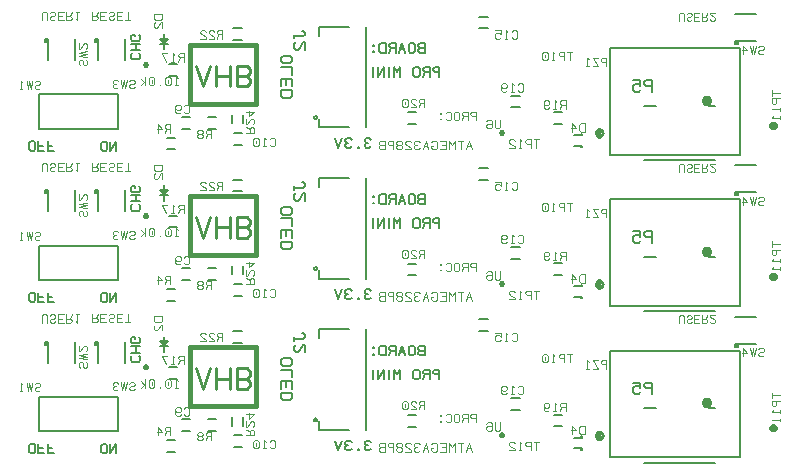
<source format=gbo>
%FSTAX24Y24*%
%MOIN*%
%IN SILK2.GBR *%
%ADD10C,0.0043*%
%ADD11C,0.0046*%
%ADD12C,0.0049*%
%ADD13C,0.0050*%
%ADD14C,0.0051*%
%ADD15C,0.0054*%
%ADD16C,0.0060*%
%ADD17C,0.0064*%
%ADD18C,0.0070*%
%ADD19C,0.0079*%
%ADD20C,0.0080*%
%ADD21C,0.0100*%
%ADD22C,0.0110*%
%ADD23C,0.0112*%
%ADD24C,0.0140*%
%ADD25C,0.0150*%
D15*X011989Y004555D02*G01X011935Y004609D01*X011826D01*
X011772Y004555D01*Y004501D01*X011826Y004446D01*X011772Y004392D01*
Y004338D01*X011826Y004283D01*X011935D01*X011989Y004338D01*
X011826Y004446D02*X011881D01*X011582Y004283D02*X011555D01*Y004311D01*
X011582D01*Y004283D01*X011338Y004555D02*X011284Y004609D01*X011175D01*
X011121Y004555D01*Y004501D01*X011175Y004446D01*X011121Y004392D01*
Y004338D01*X011175Y004283D01*X011284D01*X011338Y004338D01*
X011175Y004446D02*X011229D01*X011012Y004609D02*X010904Y004283D01*
X010795Y004609D01*D12*X01536Y004237D02*X015263Y004528D01*
X015202Y004346D01*X015166Y004237D01*X015202Y004346D02*X015324D01*
X014971Y004237D02*Y004528D01*X014874D01*X014971D02*X015069D01*
X014777Y004237D02*Y004528D01*X01468Y004383D01*X014583Y004528D01*
Y004237D01*X014291Y004528D02*X014486D01*Y004383D01*Y004237D01*
X014291D01*X014486Y004383D02*X01434D01*X014Y00448D02*X014049Y004528D01*
X014146D01*X014194Y00448D01*Y004286D01*X014146Y004237D01*X014049D01*
X014Y004286D01*Y004358D01*X014049D01*X013903Y004237D02*
X013806Y004528D01*X013745Y004346D01*X013709Y004237D01*
X013745Y004346D02*X013866D01*X013611Y00448D02*X013563Y004528D01*
X013466D01*X013417Y00448D01*Y004431D01*X013466Y004383D01*
X013417Y004334D01*Y004286D01*X013466Y004237D01*X013563D01*
X013611Y004286D01*X013466Y004383D02*X013514D01*X01332Y00448D02*
X013271Y004528D01*X013174D01*X013126Y00448D01*Y004431D01*
X013174Y004383D01*X01332Y004286D01*Y004237D01*X013126D01*
X012883Y004383D02*X012834Y004431D01*Y00448D01*X012883Y004528D01*
X01298D01*X013029Y00448D01*Y004431D01*X01298Y004383D01*X012883D01*
X012834Y004334D01*Y004286D01*X012883Y004237D01*X01298D01*
X013029Y004286D01*Y004334D01*X01298Y004383D01*X012737Y004237D02*
Y004528D01*X012591D01*X012543Y00448D01*Y004431D01*X012591Y004383D01*
X012737D01*X012446Y004237D02*Y004528D01*X0123D01*X012251Y00448D01*
Y004431D01*X0123Y004383D01*X012251Y004334D01*Y004286D01*
X0123Y004237D01*X012446D01*X0123Y004383D02*X012446D01*D15*
X013784Y007448D02*Y007773D01*X013621D01*X013567Y007719D01*Y007665D01*
X013621Y00761D01*X013567Y007556D01*Y007502D01*X013621Y007448D01*
X013784D01*X013621Y00761D02*X013784D01*X013241Y007719D02*
X013296Y007773D01*X013404D01*X013458Y007719D01*Y007502D01*
X013404Y007448D01*X013296D01*X013241Y007502D01*Y007719D01*
X013133Y007448D02*X013024Y007773D01*X012956Y00757D01*X012916Y007448D01*
X012956Y00757D02*X013092D01*X012807Y007448D02*Y007773D01*X012644D01*
X01259Y007719D01*Y007665D01*X012644Y00761D01*X01259Y007448D01*
X012644Y00761D02*X012807D01*X012264Y007719D02*X012318Y007773D01*
X012481D01*Y007448D01*X012318D01*X012264Y007502D01*Y007719D01*
X012074Y007475D02*X012047D01*Y007502D01*X012074D01*Y007475D01*
Y007692D02*X012047D01*Y007719D01*X012074D01*Y007692D01*D20*
X007702Y004784D02*X007426D01*X007702Y004391D02*X007426D01*
X015872Y008664D02*X015596D01*X015872Y008271D02*X015596D01*
X016667Y005633D02*X016943D01*X016667Y006027D02*X016943D01*
X005675Y004921D02*X005951D01*X005675Y005315D02*X005951D01*D14*
X004241Y007438D02*X004293Y007387D01*Y007284D01*X004241Y007233D01*
X004036D01*X003984Y007284D01*Y007387D01*X004036Y007438D01*
X004293Y007541D02*X004138D01*X003984D01*X004138D02*Y007747D01*
X004293D01*X004138D02*X003984D01*X004241Y008055D02*X004293Y008004D01*
Y007901D01*X004241Y00785D01*X004036D01*X003984Y007901D01*Y008004D01*
X004036Y008055D01*X004113D01*Y008004D01*D21*X004467Y007111D02*
X004491Y007105D01*X004508Y007087D01*X004515Y007063D01*Y007061D01*
X004508Y007037D01*X004491Y00702D01*X004467Y007013D01*X004443Y00702D01*
X004425Y007037D01*X004419Y007061D01*Y007063D01*X004425Y007087D01*
X004443Y007105D01*X004467Y007111D01*D18*X018738Y004708D02*X018978D01*
X019018D01*Y004748D01*X018978D01*Y004708D01*X018738Y004348D02*
X018978D01*X019018D01*Y004308D01*X018978D01*Y004348D01*
X011824Y008314D02*Y004967D01*X011253D02*X010268D01*Y005263D01*
X011253Y008314D02*X010268D01*Y008018D01*X010134Y005347D02*
X010109Y005341D01*X010091Y005322D01*X010084Y005297D01*
X010091Y005272D01*X010109Y005254D01*X010134Y005247D01*
X010159Y005254D01*X010177Y005272D01*X010184Y005297D01*
X010177Y005322D01*X010159Y005341D01*X010134Y005347D01*D14*
X000796Y004242D02*X000744Y00419D01*X000641D01*X00059Y004242D01*
Y004448D01*X000641Y004499D01*X000744D01*X000796Y004448D01*Y004242D01*
X001104Y00419D02*X000899D01*Y004345D01*Y004499D01*Y004345D02*
X001053D01*X001413Y00419D02*X001207D01*Y004345D01*Y004499D01*
Y004345D02*X001361D01*X003196Y004238D02*X003144Y004186D01*X003041D01*
X00299Y004238D01*Y004443D01*X003041Y004495D01*X003144D01*
X003196Y004443D01*Y004238D01*X003299Y004495D02*Y004186D01*
X003504Y004495D01*Y004186D01*D18*X021097Y003873D02*X023459D01*D21*
X023118Y005873D02*X023126Y005903D01*X023148Y005925D01*
X023178Y005933D01*X023208Y005925D01*X02323Y005903D01*X023238Y005873D01*
X02323Y005843D01*X023208Y005821D01*X023178Y005813D01*X023148Y005821D01*
X023126Y005843D01*X023118Y005873D01*X023058D02*X023067Y005919D01*
X023093Y005958D01*X023132Y005984D01*X023178Y005993D01*
X023224Y005984D01*X023263Y005958D01*X023289Y005919D01*
X023298Y005873D01*X023289Y005827D01*X023263Y005788D01*
X023224Y005762D01*X023178Y005753D01*X023132Y005762D01*
X023093Y005788D01*X023067Y005827D01*X023058Y005873D01*D18*
X021491Y005684D02*X021097D01*X023262D02*X023459D01*D15*X01427Y00665D02*
Y006975D01*X014107D01*X014053Y006921D01*Y006867D01*X014107Y006812D01*
X01427D01*X013944Y00665D02*Y006975D01*X013781D01*X013727Y006921D01*
Y006867D01*X013781Y006812D01*X013727Y00665D01*X013781Y006812D02*
X013944D01*X013401Y006921D02*X013455Y006975D01*X013564D01*
X013618Y006921D01*Y006704D01*X013564Y00665D01*X013455D01*
X013401Y006704D01*Y006921D01*X012967Y00665D02*Y006975D01*
X012858Y006812D01*X01275Y006975D01*Y00665D01*X012587D02*Y006975D01*
X012424Y00665D02*Y006975D01*X012207Y00665D01*Y006975D01*
X012044Y00665D02*Y006975D01*D11*X01548Y005217D02*Y005491D01*X015343D01*
X015297Y005446D01*Y0054D01*X015343Y005354D01*X01548D01*
X015206Y005217D02*Y005491D01*X015069D01*X015023Y005446D01*Y0054D01*
X015069Y005354D01*X015023Y005217D01*X015069Y005354D02*X015206D01*
X014749Y005446D02*X014794Y005491D01*X014886D01*X014931Y005446D01*
Y005263D01*X014886Y005217D01*X014794D01*X014749Y005263D01*Y005446D01*
X014474D02*X01452Y005491D01*X014611D01*X014657Y005446D01*Y005263D01*
X014611Y005217D01*X01452D01*X014474Y005263D01*X014314Y00524D02*
X014291D01*Y005263D01*X014314D01*Y00524D01*Y005423D02*X014291D01*
Y005446D01*X014314D01*Y005423D01*D18*X022131Y004063D02*X019965D01*
Y007606D01*X024296D01*Y004063D01*X022131D01*D22*X019591Y004665D02*
X019545Y004674D01*X019506Y0047D01*X01948Y004739D01*X019471Y004785D01*
X01948Y004831D01*X019506Y00487D01*X019545Y004896D01*X019591Y004905D01*
X019637Y004896D01*X019676Y00487D01*X019702Y004831D01*X019711Y004785D01*
X019702Y004739D01*X019676Y0047D01*X019637Y004674D01*X019591Y004665D01*
X019581Y004775D02*X019571Y004777D01*X019563Y004785D01*
X019561Y004795D01*X019563Y004805D01*X019571Y004812D01*
X019581Y004815D01*X019591Y004812D01*X019598Y004805D01*
X019601Y004795D01*X019598Y004785D01*X019591Y004777D01*
X019581Y004775D01*X019621Y004705D02*Y004765D01*D20*X005513Y007069D02*
X005238D01*X005513Y006676D02*X005238D01*X018071Y005079D02*X018346D01*
X018071Y005472D02*X018346D01*X013224Y005072D02*X0135D01*
X013224Y005466D02*X0135D01*X007397Y007875D02*X007672D01*
X007397Y008268D02*X007672D01*X007737Y005106D02*Y005381D01*
X007343Y005106D02*Y005381D01*X005462Y004628D02*X005187D01*
X005462Y004235D02*X005187D01*X006561Y004921D02*X006837D01*
X006561Y005315D02*X006837D01*D11*X00269Y008828D02*Y008553D01*
X002827D01*X002873Y008599D01*Y008645D01*X002827Y00869D01*
X002873Y008828D01*X002827Y00869D02*X00269D01*X003147Y008553D02*
X002964D01*Y00869D01*Y008828D01*X003147D01*X002964Y00869D02*X003101D01*
X003421Y008599D02*X003376Y008553D01*X003284D01*X003239Y008599D01*
Y008645D01*X003284Y00869D01*X003376D01*X003421Y008736D01*Y008782D01*
X003376Y008828D01*X003284D01*X003239Y008782D01*X003696Y008553D02*
X003513D01*Y00869D01*Y008828D01*X003696D01*X003513Y00869D02*X00365D01*
X003879Y008828D02*Y008553D01*X00397D01*X003879D02*X003787D01*D19*
X00223Y004929D02*X000911D01*Y006071D01*X003549D01*Y004929D01*X00223D01*
D13*X002135Y007909D02*Y007209D01*X001235Y007809D02*X001135D01*
Y007909D01*X001185D01*Y007859D01*X001135D01*X001185D02*X001235D01*
X001185Y007909D02*X001235D01*Y007209D01*X003785Y007909D02*Y007209D01*
X002885Y007809D02*X002785D01*Y007909D01*X002835D01*Y007859D01*
X002785D01*X002835D02*X002885D01*X002835Y007909D02*X002885D01*
Y007209D01*X024111Y00874D02*X024811D01*X024211Y00784D02*Y00774D01*
X024111D01*Y00779D01*X024161D01*Y00774D01*Y00779D02*Y00784D01*
X024111Y00779D02*Y00784D01*X024811D01*D21*X016338Y004748D02*
X016313Y004755D01*X016295Y004773D01*X016288Y004798D01*
X016295Y004823D01*X016313Y004842D01*X016338Y004848D01*
X016363Y004842D01*X016381Y004823D01*X016388Y004798D01*
X016381Y004773D01*X016363Y004755D01*X016338Y004748D01*D11*
X00101Y008539D02*Y008768D01*X001056Y008813D01*X001147D01*
X001193Y008768D01*Y008539D01*X001467Y008585D02*X001421Y008539D01*
X00133D01*X001284Y008585D01*Y00863D01*X00133Y008676D01*X001421D01*
X001467Y008722D01*Y008768D01*X001421Y008813D01*X00133D01*
X001284Y008768D01*X001741Y008539D02*X001559D01*Y008676D01*Y008813D01*
X001741D01*X001559Y008676D02*X001696D01*X001833Y008813D02*Y008539D01*
X00197D01*X002016Y008585D01*Y00863D01*X00197Y008676D01*
X002016Y008813D01*X00197Y008676D02*X001833D01*X002153Y008585D02*
X002199Y008539D01*Y008813D01*X002244D01*X002199D02*X002153D01*D10*
X02225Y008528D02*Y008742D01*X022293Y008785D01*X022379D01*
X022421Y008742D01*Y008528D01*X022679Y00857D02*X022636Y008528D01*
X02255D01*X022507Y00857D01*Y008613D01*X02255Y008656D01*X022636D01*
X022679Y008699D01*Y008742D01*X022636Y008785D01*X02255D01*
X022507Y008742D01*X022936Y008528D02*X022764D01*Y008656D01*Y008785D01*
X022936D01*X022764Y008656D02*X022893D01*X023021Y008785D02*Y008528D01*
X02315D01*X023193Y00857D01*Y008613D01*X02315Y008656D01*
X023193Y008785D01*X02315Y008656D02*X023021D01*X023279Y00857D02*
X023321Y008528D01*X023407D01*X02345Y00857D01*Y008613D01*
X023407Y008656D01*X023279Y008742D01*Y008785D01*X02345D01*D23*
X006155Y007013D02*X00638Y006338D01*X006605Y007013D01*X00683D02*
Y006675D01*Y006338D01*Y006675D02*X00728D01*Y007013D01*Y006675D02*
Y006338D01*X007505D02*Y007013D01*X007842D01*X007955Y0069D01*Y006788D01*
X007842Y006675D01*X007955Y006563D01*Y00645D01*X007842Y006338D01*
X007505D01*X007842Y006675D02*X007505D01*D24*X025329Y005014D02*
X025334Y004989D01*X025348Y004968D01*X025369Y004954D01*
X025394Y004949D01*X025414D01*X025439Y004954D01*X02546Y004968D01*
X025474Y004989D01*X025479Y005014D01*X025474Y005039D01*X02546Y00506D01*
X025439Y005074D01*X025414Y005079D01*X025394D01*X025369Y005074D01*
X025348Y00506D01*X025334Y005039D01*X025329Y005014D01*D16*
X005087Y008076D02*Y007566D01*X004967Y007746D02*X005207D01*
X005087Y007776D02*X004967Y007926D01*X005207D01*X005087Y007776D01*
X005027Y007896D02*X005057Y007866D01*X005087D02*X005147Y007896D01*D25*
X007051Y005749D02*X008147D01*Y007729D01*X005955D01*Y005749D01*
X007051D01*D15*X011989Y009594D02*X011935Y009649D01*X011826D01*
X011772Y009594D01*Y00954D01*X011826Y009486D01*X011772Y009431D01*
Y009377D01*X011826Y009323D01*X011935D01*X011989Y009377D01*
X011826Y009486D02*X011881D01*X011582Y009323D02*X011555D01*Y00935D01*
X011582D01*Y009323D01*X011338Y009594D02*X011284Y009649D01*X011175D01*
X011121Y009594D01*Y00954D01*X011175Y009486D01*X011121Y009431D01*
Y009377D01*X011175Y009323D01*X011284D01*X011338Y009377D01*
X011175Y009486D02*X011229D01*X011012Y009649D02*X010904Y009323D01*
X010795Y009649D01*D12*X01536Y009276D02*X015263Y009568D01*
X015202Y009386D01*X015166Y009276D01*X015202Y009386D02*X015324D01*
X014971Y009276D02*Y009568D01*X014874D01*X014971D02*X015069D01*
X014777Y009276D02*Y009568D01*X01468Y009422D01*X014583Y009568D01*
Y009276D01*X014291Y009568D02*X014486D01*Y009422D01*Y009276D01*
X014291D01*X014486Y009422D02*X01434D01*X014Y009519D02*
X014049Y009568D01*X014146D01*X014194Y009519D01*Y009325D01*
X014146Y009276D01*X014049D01*X014Y009325D01*Y009398D01*X014049D01*
X013903Y009276D02*X013806Y009568D01*X013745Y009386D01*
X013709Y009276D01*X013745Y009386D02*X013866D01*X013611Y009519D02*
X013563Y009568D01*X013466D01*X013417Y009519D01*Y009471D01*
X013466Y009422D01*X013417Y009374D01*Y009325D01*X013466Y009276D01*
X013563D01*X013611Y009325D01*X013466Y009422D02*X013514D01*
X01332Y009519D02*X013271Y009568D01*X013174D01*X013126Y009519D01*
Y009471D01*X013174Y009422D01*X01332Y009325D01*Y009276D01*X013126D01*
X012883Y009422D02*X012834Y009471D01*Y009519D01*X012883Y009568D01*
X01298D01*X013029Y009519D01*Y009471D01*X01298Y009422D01*X012883D01*
X012834Y009374D01*Y009325D01*X012883Y009276D01*X01298D01*
X013029Y009325D01*Y009374D01*X01298Y009422D01*X012737Y009276D02*
Y009568D01*X012591D01*X012543Y009519D01*Y009471D01*X012591Y009422D01*
X012737D01*X012446Y009276D02*Y009568D01*X0123D01*X012251Y009519D01*
Y009471D01*X0123Y009422D01*X012251Y009374D01*Y009325D01*
X0123Y009276D01*X012446D01*X0123Y009422D02*X012446D01*D15*
X013784Y012487D02*Y012813D01*X013621D01*X013567Y012758D01*Y012704D01*
X013621Y01265D01*X013567Y012596D01*Y012541D01*X013621Y012487D01*
X013784D01*X013621Y01265D02*X013784D01*X013241Y012758D02*
X013296Y012813D01*X013404D01*X013458Y012758D01*Y012541D01*
X013404Y012487D01*X013296D01*X013241Y012541D01*Y012758D01*
X013133Y012487D02*X013024Y012813D01*X012956Y012609D01*
X012916Y012487D01*X012956Y012609D02*X013092D01*X012807Y012487D02*
Y012813D01*X012644D01*X01259Y012758D01*Y012704D01*X012644Y01265D01*
X01259Y012487D01*X012644Y01265D02*X012807D01*X012264Y012758D02*
X012318Y012813D01*X012481D01*Y012487D01*X012318D01*X012264Y012541D01*
Y012758D01*X012074Y012514D02*X012047D01*Y012541D01*X012074D01*
Y012514D01*Y012731D02*X012047D01*Y012758D01*X012074D01*Y012731D01*D20*
X007702Y009824D02*X007426D01*X007702Y00943D02*X007426D01*
X015872Y013704D02*X015596D01*X015872Y01331D02*X015596D01*
X016667Y010672D02*X016943D01*X016667Y011066D02*X016943D01*
X005675Y009961D02*X005951D01*X005675Y010354D02*X005951D01*D14*
X004241Y012478D02*X004293Y012426D01*Y012323D01*X004241Y012272D01*
X004036D01*X003984Y012323D01*Y012426D01*X004036Y012478D01*
X004293Y012581D02*X004138D01*X003984D01*X004138D02*Y012786D01*
X004293D01*X004138D02*X003984D01*X004241Y013095D02*X004293Y013043D01*
Y012941D01*X004241Y012889D01*X004036D01*X003984Y012941D01*Y013043D01*
X004036Y013095D01*X004113D01*Y013043D01*D21*X004467Y01215D02*
X004491Y012144D01*X004508Y012126D01*X004515Y012102D01*Y012101D01*
X004508Y012077D01*X004491Y012059D01*X004467Y012053D01*
X004443Y012059D01*X004425Y012077D01*X004419Y012101D01*Y012102D01*
X004425Y012126D01*X004443Y012144D01*X004467Y01215D01*D18*
X018738Y009747D02*X018978D01*X019018D01*Y009787D01*X018978D01*
Y009747D01*X018738Y009387D02*X018978D01*X019018D01*Y009347D01*
X018978D01*Y009387D01*X011824Y013353D02*Y010007D01*X011253D02*
X010268D01*Y010302D01*X011253Y013353D02*X010268D01*Y013058D01*
X010134Y010387D02*X010109Y01038D01*X010091Y010362D01*X010084Y010337D01*
X010091Y010312D01*X010109Y010293D01*X010134Y010287D01*
X010159Y010293D01*X010177Y010312D01*X010184Y010337D01*
X010177Y010362D01*X010159Y01038D01*X010134Y010387D01*D14*
X000796Y009281D02*X000744Y00923D01*X000641D01*X00059Y009281D01*
Y009487D01*X000641Y009538D01*X000744D01*X000796Y009487D01*Y009281D01*
X001104Y00923D02*X000899D01*Y009384D01*Y009538D01*Y009384D02*
X001053D01*X001413Y00923D02*X001207D01*Y009384D01*Y009538D01*
Y009384D02*X001361D01*X003196Y009277D02*X003144Y009226D01*X003041D01*
X00299Y009277D01*Y009483D01*X003041Y009534D01*X003144D01*
X003196Y009483D01*Y009277D01*X003299Y009534D02*Y009226D01*
X003504Y009534D01*Y009226D01*D18*X021097Y008912D02*X023459D01*D21*
X023118Y010913D02*X023126Y010943D01*X023148Y010965D01*
X023178Y010973D01*X023208Y010965D01*X02323Y010943D01*X023238Y010913D01*
X02323Y010883D01*X023208Y010861D01*X023178Y010853D01*X023148Y010861D01*
X023126Y010883D01*X023118Y010913D01*X023058D02*X023067Y010959D01*
X023093Y010997D01*X023132Y011023D01*X023178Y011033D01*
X023224Y011023D01*X023263Y010997D01*X023289Y010959D01*
X023298Y010913D01*X023289Y010867D01*X023263Y010828D01*
X023224Y010802D01*X023178Y010793D01*X023132Y010802D01*
X023093Y010828D01*X023067Y010867D01*X023058Y010913D01*D18*
X021491Y010723D02*X021097D01*X023262D02*X023459D01*D15*
X01427Y011689D02*Y012015D01*X014107D01*X014053Y01196D01*Y011906D01*
X014107Y011852D01*X01427D01*X013944Y011689D02*Y012015D01*X013781D01*
X013727Y01196D01*Y011906D01*X013781Y011852D01*X013727Y011689D01*
X013781Y011852D02*X013944D01*X013401Y01196D02*X013455Y012015D01*
X013564D01*X013618Y01196D01*Y011743D01*X013564Y011689D01*X013455D01*
X013401Y011743D01*Y01196D01*X012967Y011689D02*Y012015D01*
X012858Y011852D01*X01275Y012015D01*Y011689D01*X012587D02*Y012015D01*
X012424Y011689D02*Y012015D01*X012207Y011689D01*Y012015D01*
X012044Y011689D02*Y012015D01*D11*X01548Y010256D02*Y010531D01*
X015343D01*X015297Y010485D01*Y010439D01*X015343Y010394D01*X01548D01*
X015206Y010256D02*Y010531D01*X015069D01*X015023Y010485D01*Y010439D01*
X015069Y010394D01*X015023Y010256D01*X015069Y010394D02*X015206D01*
X014749Y010485D02*X014794Y010531D01*X014886D01*X014931Y010485D01*
Y010302D01*X014886Y010256D01*X014794D01*X014749Y010302D01*Y010485D01*
X014474D02*X01452Y010531D01*X014611D01*X014657Y010485D01*Y010302D01*
X014611Y010256D01*X01452D01*X014474Y010302D01*X014314Y010279D02*
X014291D01*Y010302D01*X014314D01*Y010279D01*Y010462D02*X014291D01*
Y010485D01*X014314D01*Y010462D01*D18*X022131Y009102D02*X019965D01*
Y012646D01*X024296D01*Y009102D01*X022131D01*D22*X019591Y009704D02*
X019545Y009713D01*X019506Y009739D01*X01948Y009778D01*X019471Y009824D01*
X01948Y00987D01*X019506Y009909D01*X019545Y009935D01*X019591Y009944D01*
X019637Y009935D01*X019676Y009909D01*X019702Y00987D01*X019711Y009824D01*
X019702Y009778D01*X019676Y009739D01*X019637Y009713D01*
X019591Y009704D01*X019581Y009814D02*X019571Y009817D01*
X019563Y009824D01*X019561Y009834D01*X019563Y009844D01*
X019571Y009851D01*X019581Y009854D01*X019591Y009851D01*
X019598Y009844D01*X019601Y009834D01*X019598Y009824D01*
X019591Y009817D01*X019581Y009814D01*X019621Y009744D02*Y009804D01*D20*
X005513Y012109D02*X005238D01*X005513Y011715D02*X005238D01*
X018071Y010118D02*X018346D01*X018071Y010512D02*X018346D01*
X013224Y010111D02*X0135D01*X013224Y010505D02*X0135D01*
X007397Y012914D02*X007672D01*X007397Y013308D02*X007672D01*
X007737Y010145D02*Y010421D01*X007343Y010145D02*Y010421D01*
X005462Y009668D02*X005187D01*X005462Y009274D02*X005187D01*
X006561Y009961D02*X006837D01*X006561Y010354D02*X006837D01*D11*
X00269Y013867D02*Y013593D01*X002827D01*X002873Y013638D01*Y013684D01*
X002827Y01373D01*X002873Y013867D01*X002827Y01373D02*X00269D01*
X003147Y013593D02*X002964D01*Y01373D01*Y013867D01*X003147D01*
X002964Y01373D02*X003101D01*X003421Y013638D02*X003376Y013593D01*
X003284D01*X003239Y013638D01*Y013684D01*X003284Y01373D01*X003376D01*
X003421Y013776D01*Y013821D01*X003376Y013867D01*X003284D01*
X003239Y013821D01*X003696Y013593D02*X003513D01*Y01373D01*Y013867D01*
X003696D01*X003513Y01373D02*X00365D01*X003879Y013867D02*Y013593D01*
X00397D01*X003879D02*X003787D01*D19*X00223Y009968D02*X000911D01*
Y01111D01*X003549D01*Y009968D01*X00223D01*D13*X002135Y012948D02*
Y012248D01*X001235Y012848D02*X001135D01*Y012948D01*X001185D01*
Y012898D01*X001135D01*X001185D02*X001235D01*X001185Y012948D02*
X001235D01*Y012248D01*X003785Y012948D02*Y012248D01*X002885Y012848D02*
X002785D01*Y012948D01*X002835D01*Y012898D01*X002785D01*X002835D02*
X002885D01*X002835Y012948D02*X002885D01*Y012248D01*X024111Y013779D02*
X024811D01*X024211Y012879D02*Y012779D01*X024111D01*Y012829D01*
X024161D01*Y012779D01*Y012829D02*Y012879D01*X024111Y012829D02*
Y012879D01*X024811D01*D21*X016338Y009788D02*X016313Y009794D01*
X016295Y009813D01*X016288Y009838D01*X016295Y009863D01*
X016313Y009881D01*X016338Y009888D01*X016363Y009881D01*
X016381Y009863D01*X016388Y009838D01*X016381Y009813D01*
X016363Y009794D01*X016338Y009788D01*D11*X00101Y013578D02*Y013807D01*
X001056Y013853D01*X001147D01*X001193Y013807D01*Y013578D01*
X001467Y013624D02*X001421Y013578D01*X00133D01*X001284Y013624D01*
Y01367D01*X00133Y013716D01*X001421D01*X001467Y013761D01*Y013807D01*
X001421Y013853D01*X00133D01*X001284Y013807D01*X001741Y013578D02*
X001559D01*Y013716D01*Y013853D01*X001741D01*X001559Y013716D02*
X001696D01*X001833Y013853D02*Y013578D01*X00197D01*X002016Y013624D01*
Y01367D01*X00197Y013716D01*X002016Y013853D01*X00197Y013716D02*
X001833D01*X002153Y013624D02*X002199Y013578D01*Y013853D01*X002244D01*
X002199D02*X002153D01*D10*X02225Y013567D02*Y013781D01*
X022293Y013824D01*X022379D01*X022421Y013781D01*Y013567D01*
X022679Y01361D02*X022636Y013567D01*X02255D01*X022507Y01361D01*
Y013653D01*X02255Y013696D01*X022636D01*X022679Y013738D01*Y013781D01*
X022636Y013824D01*X02255D01*X022507Y013781D01*X022936Y013567D02*
X022764D01*Y013696D01*Y013824D01*X022936D01*X022764Y013696D02*
X022893D01*X023021Y013824D02*Y013567D01*X02315D01*X023193Y01361D01*
Y013653D01*X02315Y013696D01*X023193Y013824D01*X02315Y013696D02*
X023021D01*X023279Y01361D02*X023321Y013567D01*X023407D01*
X02345Y01361D01*Y013653D01*X023407Y013696D01*X023279Y013781D01*
Y013824D01*X02345D01*D23*X006155Y012052D02*X00638Y011377D01*
X006605Y012052D01*X00683D02*Y011714D01*Y011377D01*Y011714D02*X00728D01*
Y012052D01*Y011714D02*Y011377D01*X007505D02*Y012052D01*X007842D01*
X007955Y011939D01*Y011827D01*X007842Y011714D01*X007955Y011602D01*
Y011489D01*X007842Y011377D01*X007505D01*X007842Y011714D02*X007505D01*
D24*X025329Y010053D02*X025334Y010028D01*X025348Y010007D01*
X025369Y009993D01*X025394Y009988D01*X025414D01*X025439Y009993D01*
X02546Y010007D01*X025474Y010028D01*X025479Y010053D01*X025474Y010078D01*
X02546Y010099D01*X025439Y010113D01*X025414Y010118D01*X025394D01*
X025369Y010113D01*X025348Y010099D01*X025334Y010078D01*
X025329Y010053D01*D16*X005087Y013115D02*Y012605D01*X004967Y012785D02*
X005207D01*X005087Y012815D02*X004967Y012965D01*X005207D01*
X005087Y012815D01*X005027Y012935D02*X005057Y012905D01*X005087D02*
X005147Y012935D01*D25*X007051Y010788D02*X008147D01*Y012768D01*
X005955D01*Y010788D01*X007051D01*D15*X011989Y014634D02*
X011935Y014688D01*X011826D01*X011772Y014634D01*Y014579D01*
X011826Y014525D01*X011772Y014471D01*Y014416D01*X011826Y014362D01*
X011935D01*X011989Y014416D01*X011826Y014525D02*X011881D01*
X011582Y014362D02*X011555D01*Y014389D01*X011582D01*Y014362D01*
X011338Y014634D02*X011284Y014688D01*X011175D01*X011121Y014634D01*
Y014579D01*X011175Y014525D01*X011121Y014471D01*Y014416D01*
X011175Y014362D01*X011284D01*X011338Y014416D01*X011175Y014525D02*
X011229D01*X011012Y014688D02*X010904Y014362D01*X010795Y014688D01*D12*
X01536Y014316D02*X015263Y014607D01*X015202Y014425D01*X015166Y014316D01*
X015202Y014425D02*X015324D01*X014971Y014316D02*Y014607D01*X014874D01*
X014971D02*X015069D01*X014777Y014316D02*Y014607D01*X01468Y014461D01*
X014583Y014607D01*Y014316D01*X014291Y014607D02*X014486D01*Y014461D01*
Y014316D01*X014291D01*X014486Y014461D02*X01434D01*X014Y014559D02*
X014049Y014607D01*X014146D01*X014194Y014559D01*Y014364D01*
X014146Y014316D01*X014049D01*X014Y014364D01*Y014437D01*X014049D01*
X013903Y014316D02*X013806Y014607D01*X013745Y014425D01*
X013709Y014316D01*X013745Y014425D02*X013866D01*X013611Y014559D02*
X013563Y014607D01*X013466D01*X013417Y014559D01*Y01451D01*
X013466Y014461D01*X013417Y014413D01*Y014364D01*X013466Y014316D01*
X013563D01*X013611Y014364D01*X013466Y014461D02*X013514D01*
X01332Y014559D02*X013271Y014607D01*X013174D01*X013126Y014559D01*
Y01451D01*X013174Y014461D01*X01332Y014364D01*Y014316D01*X013126D01*
X012883Y014461D02*X012834Y01451D01*Y014559D01*X012883Y014607D01*
X01298D01*X013029Y014559D01*Y01451D01*X01298Y014461D01*X012883D01*
X012834Y014413D01*Y014364D01*X012883Y014316D01*X01298D01*
X013029Y014364D01*Y014413D01*X01298Y014461D01*X012737Y014316D02*
Y014607D01*X012591D01*X012543Y014559D01*Y01451D01*X012591Y014461D01*
X012737D01*X012446Y014316D02*Y014607D01*X0123D01*X012251Y014559D01*
Y01451D01*X0123Y014461D01*X012251Y014413D01*Y014364D01*X0123Y014316D01*
X012446D01*X0123Y014461D02*X012446D01*D15*X013784Y017526D02*Y017852D01*
X013621D01*X013567Y017798D01*Y017744D01*X013621Y017689D01*
X013567Y017635D01*Y017581D01*X013621Y017526D01*X013784D01*
X013621Y017689D02*X013784D01*X013241Y017798D02*X013296Y017852D01*
X013404D01*X013458Y017798D01*Y017581D01*X013404Y017526D01*X013296D01*
X013241Y017581D01*Y017798D01*X013133Y017526D02*X013024Y017852D01*
X012956Y017649D01*X012916Y017526D01*X012956Y017649D02*X013092D01*
X012807Y017526D02*Y017852D01*X012644D01*X01259Y017798D01*Y017744D01*
X012644Y017689D01*X01259Y017526D01*X012644Y017689D02*X012807D01*
X012264Y017798D02*X012318Y017852D01*X012481D01*Y017526D01*X012318D01*
X012264Y017581D01*Y017798D01*X012074Y017554D02*X012047D01*Y017581D01*
X012074D01*Y017554D01*Y017771D02*X012047D01*Y017798D01*X012074D01*
Y017771D01*D20*X007702Y014863D02*X007426D01*X007702Y01447D02*
X007426D01*X015872Y018743D02*X015596D01*X015872Y01835D02*X015596D01*
X016667Y015712D02*X016943D01*X016667Y016105D02*X016943D01*
X005675Y015D02*X005951D01*X005675Y015394D02*X005951D01*D14*
X004241Y017517D02*X004293Y017466D01*Y017363D01*X004241Y017311D01*
X004036D01*X003984Y017363D01*Y017466D01*X004036Y017517D01*
X004293Y01762D02*X004138D01*X003984D01*X004138D02*Y017826D01*
X004293D01*X004138D02*X003984D01*X004241Y018134D02*X004293Y018083D01*
Y01798D01*X004241Y017929D01*X004036D01*X003984Y01798D01*Y018083D01*
X004036Y018134D01*X004113D01*Y018083D01*D21*X004467Y01719D02*
X004491Y017183D01*X004508Y017166D01*X004515Y017142D01*Y01714D01*
X004508Y017116D01*X004491Y017098D01*X004467Y017092D01*
X004443Y017098D01*X004425Y017116D01*X004419Y01714D01*Y017142D01*
X004425Y017166D01*X004443Y017183D01*X004467Y01719D01*D18*
X018738Y014786D02*X018978D01*X019018D01*Y014826D01*X018978D01*
Y014786D01*X018738Y014426D02*X018978D01*X019018D01*Y014386D01*
X018978D01*Y014426D01*X011824Y018393D02*Y015046D01*X011253D02*
X010268D01*Y015341D01*X011253Y018393D02*X010268D01*Y018097D01*
X010134Y015426D02*X010109Y015419D01*X010091Y015401D01*
X010084Y015376D01*X010091Y015351D01*X010109Y015333D01*
X010134Y015326D01*X010159Y015333D01*X010177Y015351D01*
X010184Y015376D01*X010177Y015401D01*X010159Y015419D01*
X010134Y015426D01*D14*X000796Y014321D02*X000744Y014269D01*X000641D01*
X00059Y014321D01*Y014526D01*X000641Y014578D01*X000744D01*
X000796Y014526D01*Y014321D01*X001104Y014269D02*X000899D01*Y014424D01*
Y014578D01*Y014424D02*X001053D01*X001413Y014269D02*X001207D01*
Y014424D01*Y014578D01*Y014424D02*X001361D01*X003196Y014316D02*
X003144Y014265D01*X003041D01*X00299Y014316D01*Y014522D01*
X003041Y014574D01*X003144D01*X003196Y014522D01*Y014316D01*
X003299Y014574D02*Y014265D01*X003504Y014574D01*Y014265D01*D18*
X021097Y013952D02*X023459D01*D21*X023118Y015952D02*X023126Y015982D01*
X023148Y016004D01*X023178Y016012D01*X023208Y016004D01*X02323Y015982D01*
X023238Y015952D01*X02323Y015922D01*X023208Y0159D01*X023178Y015892D01*
X023148Y0159D01*X023126Y015922D01*X023118Y015952D01*X023058D02*
X023067Y015998D01*X023093Y016037D01*X023132Y016063D01*
X023178Y016072D01*X023224Y016063D01*X023263Y016037D01*
X023289Y015998D01*X023298Y015952D01*X023289Y015906D01*
X023263Y015867D01*X023224Y015841D01*X023178Y015832D01*
X023132Y015841D01*X023093Y015867D01*X023067Y015906D01*
X023058Y015952D01*D18*X021491Y015763D02*X021097D01*X023262D02*
X023459D01*D15*X01427Y016728D02*Y017054D01*X014107D01*X014053Y017D01*
Y016945D01*X014107Y016891D01*X01427D01*X013944Y016728D02*Y017054D01*
X013781D01*X013727Y017D01*Y016945D01*X013781Y016891D01*
X013727Y016728D01*X013781Y016891D02*X013944D01*X013401Y017D02*
X013455Y017054D01*X013564D01*X013618Y017D01*Y016783D01*
X013564Y016728D01*X013455D01*X013401Y016783D01*Y017D01*
X012967Y016728D02*Y017054D01*X012858Y016891D01*X01275Y017054D01*
Y016728D01*X012587D02*Y017054D01*X012424Y016728D02*Y017054D01*
X012207Y016728D01*Y017054D01*X012044Y016728D02*Y017054D01*D11*
X01548Y015296D02*Y01557D01*X015343D01*X015297Y015524D01*Y015479D01*
X015343Y015433D01*X01548D01*X015206Y015296D02*Y01557D01*X015069D01*
X015023Y015524D01*Y015479D01*X015069Y015433D01*X015023Y015296D01*
X015069Y015433D02*X015206D01*X014749Y015524D02*X014794Y01557D01*
X014886D01*X014931Y015524D01*Y015341D01*X014886Y015296D01*X014794D01*
X014749Y015341D01*Y015524D01*X014474D02*X01452Y01557D01*X014611D01*
X014657Y015524D01*Y015341D01*X014611Y015296D01*X01452D01*
X014474Y015341D01*X014314Y015319D02*X014291D01*Y015341D01*X014314D01*
Y015319D01*Y015501D02*X014291D01*Y015524D01*X014314D01*Y015501D01*D18*
X022131Y014142D02*X019965D01*Y017685D01*X024296D01*Y014142D01*
X022131D01*D22*X019591Y014743D02*X019545Y014753D01*X019506Y014779D01*
X01948Y014817D01*X019471Y014863D01*X01948Y014909D01*X019506Y014948D01*
X019545Y014974D01*X019591Y014983D01*X019637Y014974D01*
X019676Y014948D01*X019702Y014909D01*X019711Y014863D01*
X019702Y014817D01*X019676Y014779D01*X019637Y014753D01*
X019591Y014743D01*X019581Y014853D02*X019571Y014856D01*
X019563Y014863D01*X019561Y014873D01*X019563Y014883D01*
X019571Y014891D01*X019581Y014893D01*X019591Y014891D01*
X019598Y014883D01*X019601Y014873D01*X019598Y014863D01*
X019591Y014856D01*X019581Y014853D01*X019621Y014783D02*Y014843D01*D20*
X005513Y017148D02*X005238D01*X005513Y016755D02*X005238D01*
X018071Y015157D02*X018346D01*X018071Y015551D02*X018346D01*
X013224Y015151D02*X0135D01*X013224Y015544D02*X0135D01*
X007397Y017953D02*X007672D01*X007397Y018347D02*X007672D01*
X007737Y015184D02*Y01546D01*X007343Y015184D02*Y01546D01*
X005462Y014707D02*X005187D01*X005462Y014314D02*X005187D01*
X006561Y015D02*X006837D01*X006561Y015394D02*X006837D01*D11*
X00269Y018906D02*Y018632D01*X002827D01*X002873Y018678D01*Y018724D01*
X002827Y018769D01*X002873Y018906D01*X002827Y018769D02*X00269D01*
X003147Y018632D02*X002964D01*Y018769D01*Y018906D01*X003147D01*
X002964Y018769D02*X003101D01*X003421Y018678D02*X003376Y018632D01*
X003284D01*X003239Y018678D01*Y018724D01*X003284Y018769D01*X003376D01*
X003421Y018815D01*Y018861D01*X003376Y018906D01*X003284D01*
X003239Y018861D01*X003696Y018632D02*X003513D01*Y018769D01*Y018906D01*
X003696D01*X003513Y018769D02*X00365D01*X003879Y018906D02*Y018632D01*
X00397D01*X003879D02*X003787D01*D19*X00223Y015008D02*X000911D01*
Y01615D01*X003549D01*Y015008D01*X00223D01*D13*X002135Y017988D02*
Y017288D01*X001235Y017888D02*X001135D01*Y017988D01*X001185D01*
Y017938D01*X001135D01*X001185D02*X001235D01*X001185Y017988D02*
X001235D01*Y017288D01*X003785Y017988D02*Y017288D01*X002885Y017888D02*
X002785D01*Y017988D01*X002835D01*Y017938D01*X002785D01*X002835D02*
X002885D01*X002835Y017988D02*X002885D01*Y017288D01*X024111Y018819D02*
X024811D01*X024211Y017919D02*Y017819D01*X024111D01*Y017869D01*
X024161D01*Y017819D01*Y017869D02*Y017919D01*X024111Y017869D02*
Y017919D01*X024811D01*D21*X016338Y014827D02*X016313Y014834D01*
X016295Y014852D01*X016288Y014877D01*X016295Y014902D01*X016313Y01492D01*
X016338Y014927D01*X016363Y01492D01*X016381Y014902D01*X016388Y014877D01*
X016381Y014852D01*X016363Y014834D01*X016338Y014827D01*D11*
X00101Y018618D02*Y018846D01*X001056Y018892D01*X001147D01*
X001193Y018846D01*Y018618D01*X001467Y018664D02*X001421Y018618D01*
X00133D01*X001284Y018664D01*Y018709D01*X00133Y018755D01*X001421D01*
X001467Y018801D01*Y018846D01*X001421Y018892D01*X00133D01*
X001284Y018846D01*X001741Y018618D02*X001559D01*Y018755D01*Y018892D01*
X001741D01*X001559Y018755D02*X001696D01*X001833Y018892D02*Y018618D01*
X00197D01*X002016Y018664D01*Y018709D01*X00197Y018755D01*
X002016Y018892D01*X00197Y018755D02*X001833D01*X002153Y018664D02*
X002199Y018618D01*Y018892D01*X002244D01*X002199D02*X002153D01*D10*
X02225Y018606D02*Y018821D01*X022293Y018864D01*X022379D01*
X022421Y018821D01*Y018606D01*X022679Y018649D02*X022636Y018606D01*
X02255D01*X022507Y018649D01*Y018692D01*X02255Y018735D01*X022636D01*
X022679Y018778D01*Y018821D01*X022636Y018864D01*X02255D01*
X022507Y018821D01*X022936Y018606D02*X022764D01*Y018735D01*Y018864D01*
X022936D01*X022764Y018735D02*X022893D01*X023021Y018864D02*Y018606D01*
X02315D01*X023193Y018649D01*Y018692D01*X02315Y018735D01*
X023193Y018864D01*X02315Y018735D02*X023021D01*X023279Y018649D02*
X023321Y018606D01*X023407D01*X02345Y018649D01*Y018692D01*
X023407Y018735D01*X023279Y018821D01*Y018864D01*X02345D01*D23*
X006155Y017091D02*X00638Y016416D01*X006605Y017091D01*X00683D02*
Y016754D01*Y016416D01*Y016754D02*X00728D01*Y017091D01*Y016754D02*
Y016416D01*X007505D02*Y017091D01*X007842D01*X007955Y016979D01*
Y016866D01*X007842Y016754D01*X007955Y016641D01*Y016529D01*
X007842Y016416D01*X007505D01*X007842Y016754D02*X007505D01*D24*
X025329Y015092D02*X025334Y015068D01*X025348Y015047D01*
X025369Y015032D01*X025394Y015027D01*X025414D01*X025439Y015032D01*
X02546Y015047D01*X025474Y015068D01*X025479Y015092D01*X025474Y015117D01*
X02546Y015138D01*X025439Y015153D01*X025414Y015157D01*X025394D01*
X025369Y015153D01*X025348Y015138D01*X025334Y015117D01*
X025329Y015092D01*D16*X005087Y018154D02*Y017644D01*X004967Y017824D02*
X005207D01*X005087Y017854D02*X004967Y018004D01*X005207D01*
X005087Y017854D01*X005027Y017974D02*X005057Y017944D01*X005087D02*
X005147Y017974D01*D25*X007051Y015827D02*X008147D01*Y017807D01*
X005955D01*Y015827D01*X007051D01*D11*X008611Y004576D02*
X008657Y004622D01*X008749D01*X008794Y004576D01*Y004393D01*
X008749Y004348D01*X008657D01*X008611Y004393D01*X008474Y004576D02*
X008429Y004622D01*Y004348D01*X008383D01*X008429D02*X008474D01*
X008063Y004576D02*X008109Y004622D01*X0082D01*X008246Y004576D01*
Y004393D01*X0082Y004348D01*X008109D01*X008063Y004393D01*Y004576D01*
X008154Y00453D02*Y004439D01*X008611Y004576D02*X008657Y004622D01*
X008749D01*X008794Y004576D01*Y004393D01*X008749Y004348D01*X008657D01*
X008611Y004393D01*X008474Y004576D02*X008429Y004622D01*Y004348D01*
X008383D01*X008429D02*X008474D01*X008063Y004576D02*X008109Y004622D01*
X0082D01*X008246Y004576D01*Y004393D01*X0082Y004348D01*X008109D01*
X008063Y004393D01*Y004576D01*X008154Y00453D02*Y004439D01*
X016671Y008157D02*X016717Y008203D01*X016809D01*X016854Y008157D01*
Y007974D01*X016809Y007928D01*X016717D01*X016671Y007974D01*
X016534Y008157D02*X016489Y008203D01*Y007928D01*X016443D01*X016489D02*
X016534D01*X016123Y008203D02*X016306D01*Y008065D01*X01626Y008111D01*
X016169D01*X016123Y008065D01*Y007974D01*X016169Y007928D01*X01626D01*
X016306Y007974D01*X016671Y008157D02*X016717Y008203D01*X016809D01*
X016854Y008157D01*Y007974D01*X016809Y007928D01*X016717D01*
X016671Y007974D01*X016534Y008157D02*X016489Y008203D01*Y007928D01*
X016443D01*X016489D02*X016534D01*X016123Y008203D02*X016306D01*
Y008065D01*X01626Y008111D01*X016169D01*X016123Y008065D01*Y007974D01*
X016169Y007928D01*X01626D01*X016306Y007974D01*X016881Y006386D02*
X016927Y006432D01*X017019D01*X017064Y006386D01*Y006203D01*
X017019Y006158D01*X016927D01*X016881Y006203D01*X016744Y006386D02*
X016699Y006432D01*Y006158D01*X016653D01*X016699D02*X016744D01*
X016516Y006203D02*X01647Y006158D01*X016379D01*X016333Y006203D01*
Y006386D01*X016379Y006432D01*X01647D01*X016516Y006386D01*Y006318D01*
X01647Y006272D01*X016379D01*X016333Y006318D01*X016881Y006386D02*
X016927Y006432D01*X017019D01*X017064Y006386D01*Y006203D01*
X017019Y006158D01*X016927D01*X016881Y006203D01*X016744Y006386D02*
X016699Y006432D01*Y006158D01*X016653D01*X016699D02*X016744D01*
X016516Y006203D02*X01647Y006158D01*X016379D01*X016333Y006203D01*
Y006386D01*X016379Y006432D01*X01647D01*X016516Y006386D01*Y006318D01*
X01647Y006272D01*X016379D01*X016333Y006318D01*X005742Y005671D02*
X005788Y005717D01*X005879D01*X005925Y005671D01*Y005488D01*
X005879Y005442D01*X005788D01*X005742Y005488D01*X00565D02*
X005605Y005442D01*X005513D01*X005468Y005488D01*Y005671D01*
X005513Y005717D01*X005605D01*X00565Y005671D01*Y005602D01*
X005605Y005557D01*X005513D01*X005468Y005602D01*X005742Y005671D02*
X005788Y005717D01*X005879D01*X005925Y005671D01*Y005488D01*
X005879Y005442D01*X005788D01*X005742Y005488D01*X00565D02*
X005605Y005442D01*X005513D01*X005468Y005488D01*Y005671D01*
X005513Y005717D01*X005605D01*X00565Y005671D01*Y005602D01*
X005605Y005557D01*X005513D01*X005468Y005602D01*X004803Y008564D02*
X004757Y00861D01*Y008747D01*X005031D01*Y00861D01*X004986Y008564D01*
X004803D01*Y008473D02*X004757Y008427D01*Y008335D01*X004803Y00829D01*
X004848D01*X004894Y008335D01*X004986Y008473D01*X005031D01*Y00829D01*
X004803Y008564D02*X004757Y00861D01*Y008747D01*X005031D01*Y00861D01*
X004986Y008564D01*X004803D01*Y008473D02*X004757Y008427D01*Y008335D01*
X004803Y00829D01*X004848D01*X004894Y008335D01*X004986Y008473D01*
X005031D01*Y00829D01*X018927Y005059D02*X018973Y005105D01*X01911D01*
Y004831D01*X018973D01*X018927Y004876D01*Y005059D01*X018698Y004831D02*
Y005105D01*X018836Y004945D01*X018653D01*X018927Y005059D02*
X018973Y005105D01*X01911D01*Y004831D01*X018973D01*X018927Y004876D01*
Y005059D01*X018698Y004831D02*Y005105D01*X018836Y004945D01*X018653D01*
D17*X009673Y008192D02*X009737D01*X009801Y008127D01*Y008063D01*
X009737Y007999D01*X009415D01*Y008063D01*Y007934D01*X00948Y007806D02*
X009415Y007742D01*Y007613D01*X00948Y007549D01*X009544D01*
X009608Y007613D01*X009737Y007806D01*X009801D01*Y007549D01*
X009039Y007104D02*X008975Y007168D01*Y007297D01*X009039Y007361D01*
X009296D01*X00936Y007297D01*Y007168D01*X009296Y007104D01*X009039D01*
X008975Y006975D02*X00936D01*Y006718D01*X008975Y006332D02*Y006589D01*
X009167D01*X00936D01*Y006332D01*X009167Y006589D02*Y006397D01*
X009039Y005947D02*X008975Y006011D01*Y006204D01*X00936D01*Y006011D01*
X009296Y005947D01*X009039D01*X009673Y008192D02*X009737D01*
X009801Y008127D01*Y008063D01*X009737Y007999D01*X009415D01*Y008063D01*
Y007934D01*X00948Y007806D02*X009415Y007742D01*Y007613D01*
X00948Y007549D01*X009544D01*X009608Y007613D01*X009737Y007806D01*
X009801D01*Y007549D01*X009039Y007104D02*X008975Y007168D01*Y007297D01*
X009039Y007361D01*X009296D01*X00936Y007297D01*Y007168D01*
X009296Y007104D01*X009039D01*X008975Y006975D02*X00936D01*Y006718D01*
X008975Y006332D02*Y006589D01*X009167D01*X00936D01*Y006332D01*
X009167Y006589D02*Y006397D01*X009039Y005947D02*X008975Y006011D01*
Y006204D01*X00936D01*Y006011D01*X009296Y005947D01*X009039D01*
X021356Y006158D02*Y006543D01*X021163D01*X021099Y006479D01*Y006415D01*
X021163Y00635D01*X021356D01*X020713Y006543D02*X02097D01*Y00635D01*
X020906Y006415D01*X020777D01*X020713Y00635D01*Y006222D01*
X020777Y006158D01*X020906D01*X02097Y006222D01*X021356Y006158D02*
Y006543D01*X021163D01*X021099Y006479D01*Y006415D01*X021163Y00635D01*
X021356D01*X020713Y006543D02*X02097D01*Y00635D01*X020906Y006415D01*
X020777D01*X020713Y00635D01*Y006222D01*X020777Y006158D01*X020906D01*
X02097Y006222D01*D11*X019834Y007008D02*Y007282D01*X019697D01*
X019651Y007236D01*Y00719D01*X019697Y007145D01*X019834D01*
X01956Y007282D02*X019377D01*X01956Y007008D01*X019377D01*
X01924Y007236D02*X019194Y007282D01*Y007008D01*X019149D01*X019194D02*
X01924D01*X019834D02*Y007282D01*X019697D01*X019651Y007236D01*Y00719D01*
X019697Y007145D01*X019834D01*X01956Y007282D02*X019377D01*
X01956Y007008D01*X019377D01*X01924Y007236D02*X019194Y007282D01*
Y007008D01*X019149D01*X019194D02*X01924D01*X005746Y007163D02*
Y007437D01*X005608D01*X005563Y007391D01*Y007345D01*X005608Y0073D01*
X005563Y007163D01*X005608Y0073D02*X005746D01*X005426Y007391D02*
X00538Y007437D01*Y007163D01*X005334D01*X00538D02*X005426D01*
X005197Y007437D02*X005014D01*X005151Y007163D01*X00554Y006601D02*
X005494Y006647D01*Y006373D01*X005448D01*X005494D02*X00554D01*
X005128Y006601D02*X005174Y006647D01*X005266D01*X005311Y006601D01*
Y006418D01*X005266Y006373D01*X005174D01*X005128Y006418D01*Y006601D01*
X00522Y006555D02*Y006464D01*X004968Y006373D02*X004946D01*Y006395D01*
X004968D01*Y006373D01*X00458Y006601D02*X004626Y006647D01*X004717D01*
X004763Y006601D01*Y006418D01*X004717Y006373D01*X004626D01*
X00458Y006418D01*Y006601D01*X004671Y006555D02*Y006464D01*
X004466Y006647D02*Y006373D01*Y006441D02*X004328Y006578D01*Y006373D02*
X004431Y006475D01*X005746Y007163D02*Y007437D01*X005608D01*
X005563Y007391D01*Y007345D01*X005608Y0073D01*X005563Y007163D01*
X005608Y0073D02*X005746D01*X005426Y007391D02*X00538Y007437D01*
Y007163D01*X005334D01*X00538D02*X005426D01*X005197Y007437D02*
X005014D01*X005151Y007163D01*X00554Y006601D02*X005494Y006647D01*
Y006373D01*X005448D01*X005494D02*X00554D01*X005128Y006601D02*
X005174Y006647D01*X005266D01*X005311Y006601D01*Y006418D01*
X005266Y006373D01*X005174D01*X005128Y006418D01*Y006601D01*
X00522Y006555D02*Y006464D01*X004968Y006373D02*X004946D01*Y006395D01*
X004968D01*Y006373D01*X00458Y006601D02*X004626Y006647D01*X004717D01*
X004763Y006601D01*Y006418D01*X004717Y006373D01*X004626D01*
X00458Y006418D01*Y006601D01*X004671Y006555D02*Y006464D01*
X004466Y006647D02*Y006373D01*Y006441D02*X004328Y006578D01*Y006373D02*
X004431Y006475D01*X018472Y005594D02*Y005869D01*X018335D01*
X018289Y005823D01*Y005777D01*X018335Y005732D01*X018289Y005594D01*
X018335Y005732D02*X018472D01*X018152Y005823D02*X018106Y005869D01*
Y005594D01*X018061D01*X018106D02*X018152D01*X017923Y00564D02*
X017878Y005594D01*X017786D01*X017741Y00564D01*Y005823D01*
X017786Y005869D01*X017878D01*X017923Y005823D01*Y005754D01*
X017878Y005709D01*X017786D01*X017741Y005754D01*X018472Y005594D02*
Y005869D01*X018335D01*X018289Y005823D01*Y005777D01*X018335Y005732D01*
X018289Y005594D01*X018335Y005732D02*X018472D01*X018152Y005823D02*
X018106Y005869D01*Y005594D01*X018061D01*X018106D02*X018152D01*
X017923Y00564D02*X017878Y005594D01*X017786D01*X017741Y00564D01*
Y005823D01*X017786Y005869D01*X017878D01*X017923Y005823D01*Y005754D01*
X017878Y005709D01*X017786D01*X017741Y005754D01*X013764Y005648D02*
Y005922D01*X013627D01*X013581Y005876D01*Y00583D01*X013627Y005785D01*
X013581Y005648D01*X013627Y005785D02*X013764D01*X01349Y005876D02*
X013444Y005922D01*X013353D01*X013307Y005876D01*Y00583D01*
X013353Y005785D01*X01349Y005693D01*Y005648D01*X013307D01*
X013033Y005876D02*X013079Y005922D01*X01317D01*X013216Y005876D01*
Y005693D01*X01317Y005648D01*X013079D01*X013033Y005693D01*Y005876D01*
X013124Y00583D02*Y005739D01*X013764Y005648D02*Y005922D01*X013627D01*
X013581Y005876D01*Y00583D01*X013627Y005785D01*X013581Y005648D01*
X013627Y005785D02*X013764D01*X01349Y005876D02*X013444Y005922D01*
X013353D01*X013307Y005876D01*Y00583D01*X013353Y005785D01*
X01349Y005693D01*Y005648D01*X013307D01*X013033Y005876D02*
X013079Y005922D01*X01317D01*X013216Y005876D01*Y005693D01*
X01317Y005648D01*X013079D01*X013033Y005693D01*Y005876D01*
X013124Y00583D02*Y005739D01*X007028Y007929D02*Y008203D01*X006891D01*
X006845Y008157D01*Y008111D01*X006891Y008066D01*X006845Y007929D01*
X006891Y008066D02*X007028D01*X006754Y008157D02*X006708Y008203D01*
X006617D01*X006571Y008157D01*Y008111D01*X006617Y008066D01*
X006754Y007974D01*Y007929D01*X006571D01*X00648Y008157D02*
X006434Y008203D01*X006343D01*X006297Y008157D01*Y008111D01*
X006343Y008066D01*X00648Y007974D01*Y007929D01*X006297D01*X007028D02*
Y008203D01*X006891D01*X006845Y008157D01*Y008111D01*X006891Y008066D01*
X006845Y007929D01*X006891Y008066D02*X007028D01*X006754Y008157D02*
X006708Y008203D01*X006617D01*X006571Y008157D01*Y008111D01*
X006617Y008066D01*X006754Y007974D01*Y007929D01*X006571D01*
X00648Y008157D02*X006434Y008203D01*X006343D01*X006297Y008157D01*
Y008111D01*X006343Y008066D01*X00648Y007974D01*Y007929D01*X006297D01*
X007816Y004793D02*X00809D01*Y00493D01*X008045Y004976D01*X007999D01*
X007953Y00493D01*X007816Y004976D01*X007953Y00493D02*Y004793D01*
X008045Y005068D02*X00809Y005113D01*Y005205D01*X008045Y00525D01*
X007999D01*X007953Y005205D01*X007862Y005068D01*X007816D01*Y00525D01*
Y005479D02*X00809D01*X00793Y005342D01*Y005525D01*X007816Y004793D02*
X00809D01*Y00493D01*X008045Y004976D01*X007999D01*X007953Y00493D01*
X007816Y004976D01*X007953Y00493D02*Y004793D01*X008045Y005068D02*
X00809Y005113D01*Y005205D01*X008045Y00525D01*X007999D01*
X007953Y005205D01*X007862Y005068D01*X007816D01*Y00525D01*Y005479D02*
X00809D01*X00793Y005342D01*Y005525D01*X005295Y004791D02*Y005066D01*
X005158D01*X005112Y00502D01*Y004974D01*X005158Y004928D01*
X005112Y004791D01*X005158Y004928D02*X005295D01*X004883Y004791D02*
Y005066D01*X005021Y004906D01*X004838D01*X005295Y004791D02*Y005066D01*
X005158D01*X005112Y00502D01*Y004974D01*X005158Y004928D01*
X005112Y004791D01*X005158Y004928D02*X005295D01*X004883Y004791D02*
Y005066D01*X005021Y004906D01*X004838D01*X006657Y004614D02*Y004888D01*
X00652D01*X006474Y004843D01*Y004797D01*X00652Y004751D01*
X006474Y004614D01*X00652Y004751D02*X006657D01*X006246D02*
X0062Y004797D01*Y004843D01*X006246Y004888D01*X006337D01*
X006383Y004843D01*Y004797D01*X006337Y004751D01*X006246D01*
X0062Y004706D01*Y00466D01*X006246Y004614D01*X006337D01*
X006383Y00466D01*Y004706D01*X006337Y004751D01*X006657Y004614D02*
Y004888D01*X00652D01*X006474Y004843D01*Y004797D01*X00652Y004751D01*
X006474Y004614D01*X00652Y004751D02*X006657D01*X006246D02*
X0062Y004797D01*Y004843D01*X006246Y004888D01*X006337D01*
X006383Y004843D01*Y004797D01*X006337Y004751D01*X006246D01*
X0062Y004706D01*Y00466D01*X006246Y004614D01*X006337D01*
X006383Y00466D01*Y004706D01*X006337Y004751D01*X000781Y00648D02*
X000827Y006526D01*X000919D01*X000964Y00648D01*Y006434D01*
X000919Y006389D01*X000827D01*X000781Y006343D01*Y006297D01*
X000827Y006252D01*X000919D01*X000964Y006297D01*X00069Y006526D02*
X000644Y006252D01*X000599Y006526D01*X000553Y006252D01*
X000507Y006526D01*X00037Y00648D02*X000324Y006526D01*Y006252D01*
X000279D01*X000324D02*X00037D01*X000781Y00648D02*X000827Y006526D01*
X000919D01*X000964Y00648D01*Y006434D01*X000919Y006389D01*X000827D01*
X000781Y006343D01*Y006297D01*X000827Y006252D01*X000919D01*
X000964Y006297D01*X00069Y006526D02*X000644Y006252D01*X000599Y006526D01*
X000553Y006252D01*X000507Y006526D01*X00037Y00648D02*X000324Y006526D01*
Y006252D01*X000279D01*X000324D02*X00037D01*X002479Y007226D02*
X002524Y00718D01*Y007089D01*X002479Y007043D01*X002433D01*
X002387Y007089D01*Y00718D01*X002341Y007226D01*X002296D01*
X00225Y00718D01*Y007089D01*X002296Y007043D01*X002524Y007318D02*
X00225Y007363D01*X002524Y007409D01*X00225Y007455D01*X002524Y0075D01*
X002479Y007592D02*X002524Y007638D01*Y007729D01*X002479Y007775D01*
X002433D01*X002387Y007729D01*X002296Y007592D01*X00225D01*Y007775D01*
X002479Y007226D02*X002524Y00718D01*Y007089D01*X002479Y007043D01*
X002433D01*X002387Y007089D01*Y00718D01*X002341Y007226D01*X002296D01*
X00225Y00718D01*Y007089D01*X002296Y007043D01*X002524Y007318D02*
X00225Y007363D01*X002524Y007409D01*X00225Y007455D01*X002524Y0075D01*
X002479Y007592D02*X002524Y007638D01*Y007729D01*X002479Y007775D01*
X002433D01*X002387Y007729D01*X002296Y007592D01*X00225D01*Y007775D01*
X003931Y006506D02*X003977Y006552D01*X004069D01*X004114Y006506D01*
Y00646D01*X004069Y006415D01*X003977D01*X003931Y006369D01*Y006323D01*
X003977Y006278D01*X004069D01*X004114Y006323D01*X00384Y006552D02*
X003794Y006278D01*X003749Y006552D01*X003703Y006278D01*
X003657Y006552D01*X003566Y006506D02*X00352Y006552D01*X003429D01*
X003383Y006506D01*Y00646D01*X003429Y006415D01*X003383Y006369D01*
Y006323D01*X003429Y006278D01*X00352D01*X003566Y006323D01*
X003429Y006415D02*X003474D01*X003931Y006506D02*X003977Y006552D01*
X004069D01*X004114Y006506D01*Y00646D01*X004069Y006415D01*X003977D01*
X003931Y006369D01*Y006323D01*X003977Y006278D01*X004069D01*
X004114Y006323D01*X00384Y006552D02*X003794Y006278D01*X003749Y006552D01*
X003703Y006278D01*X003657Y006552D01*X003566Y006506D02*X00352Y006552D01*
X003429D01*X003383Y006506D01*Y00646D01*X003429Y006415D01*
X003383Y006369D01*Y006323D01*X003429Y006278D01*X00352D01*
X003566Y006323D01*X003429Y006415D02*X003474D01*X024901Y007646D02*
X024947Y007692D01*X025039D01*X025084Y007646D01*Y0076D01*
X025039Y007555D01*X024947D01*X024901Y007509D01*Y007463D01*
X024947Y007418D01*X025039D01*X025084Y007463D01*X02481Y007692D02*
X024764Y007418D01*X024719Y007692D01*X024673Y007418D01*
X024627Y007692D01*X024399Y007418D02*Y007692D01*X024536Y007532D01*
X024353D01*X024901Y007646D02*X024947Y007692D01*X025039D01*
X025084Y007646D01*Y0076D01*X025039Y007555D01*X024947D01*
X024901Y007509D01*Y007463D01*X024947Y007418D01*X025039D01*
X025084Y007463D01*X02481Y007692D02*X024764Y007418D01*X024719Y007692D01*
X024673Y007418D01*X024627Y007692D01*X024399Y007418D02*Y007692D01*
X024536Y007532D01*X024353D01*X018606Y007212D02*Y007486D01*X018515D01*
X018606D02*X018698D01*X018423Y007212D02*Y007486D01*X018286D01*
X01824Y00744D01*Y007394D01*X018286Y007349D01*X018423D01*
X018103Y00744D02*X018058Y007486D01*Y007212D01*X018012D01*X018058D02*
X018103D01*X017692Y00744D02*X017738Y007486D01*X017829D01*
X017875Y00744D01*Y007257D01*X017829Y007212D01*X017738D01*
X017692Y007257D01*Y00744D01*X017783Y007394D02*Y007303D01*
X018606Y007212D02*Y007486D01*X018515D01*X018606D02*X018698D01*
X018423Y007212D02*Y007486D01*X018286D01*X01824Y00744D01*Y007394D01*
X018286Y007349D01*X018423D01*X018103Y00744D02*X018058Y007486D01*
Y007212D01*X018012D01*X018058D02*X018103D01*X017692Y00744D02*
X017738Y007486D01*X017829D01*X017875Y00744D01*Y007257D01*
X017829Y007212D01*X017738D01*X017692Y007257D01*Y00744D01*
X017783Y007394D02*Y007303D01*X025627Y006118D02*X025352D01*Y006027D01*
Y006118D02*Y00621D01*X025627Y005935D02*X025352D01*Y005798D01*
X025398Y005753D01*X025444D01*X025489Y005798D01*Y005935D01*
X025398Y005615D02*X025352Y00557D01*X025627D01*Y005524D01*Y00557D02*
Y005615D01*X025398Y005341D02*X025352Y005295D01*X025627D01*Y00525D01*
Y005295D02*Y005341D01*Y006118D02*X025352D01*Y006027D01*Y006118D02*
Y00621D01*X025627Y005935D02*X025352D01*Y005798D01*X025398Y005753D01*
X025444D01*X025489Y005798D01*Y005935D01*X025398Y005615D02*
X025352Y00557D01*X025627D01*Y005524D01*Y00557D02*Y005615D01*
X025398Y005341D02*X025352Y005295D01*X025627D01*Y00525D01*Y005295D02*
Y005341D01*X017503Y004291D02*Y004566D01*X017411D01*X017503D02*
X017594D01*X01732Y004291D02*Y004566D01*X017183D01*X017137Y00452D01*
Y004474D01*X017183Y004428D01*X01732D01*X017Y00452D02*X016954Y004566D01*
Y004291D01*X016908D01*X016954D02*X017D01*X016771Y00452D02*
X016725Y004566D01*X016634D01*X016588Y00452D01*Y004474D01*
X016634Y004428D01*X016771Y004337D01*Y004291D01*X016588D01*X017503D02*
Y004566D01*X017411D01*X017503D02*X017594D01*X01732Y004291D02*
Y004566D01*X017183D01*X017137Y00452D01*Y004474D01*X017183Y004428D01*
X01732D01*X017Y00452D02*X016954Y004566D01*Y004291D01*X016908D01*
X016954D02*X017D01*X016771Y00452D02*X016725Y004566D01*X016634D01*
X016588Y00452D01*Y004474D01*X016634Y004428D01*X016771Y004337D01*
Y004291D01*X016588D01*X016294Y005212D02*Y004983D01*X016249Y004938D01*
X016157D01*X016111Y004983D01*Y005212D01*X015837Y005166D02*
X015883Y005212D01*X015974D01*X01602Y005166D01*Y004983D01*
X015974Y004938D01*X015883D01*X015837Y004983D01*Y005052D01*
X015883Y005098D01*X015974D01*X01602Y005052D01*X016294Y005212D02*
Y004983D01*X016249Y004938D01*X016157D01*X016111Y004983D01*Y005212D01*
X015837Y005166D02*X015883Y005212D01*X015974D01*X01602Y005166D01*
Y004983D01*X015974Y004938D01*X015883D01*X015837Y004983D01*Y005052D01*
X015883Y005098D01*X015974D01*X01602Y005052D01*X008611Y009616D02*
X008657Y009661D01*X008749D01*X008794Y009616D01*Y009433D01*
X008749Y009387D01*X008657D01*X008611Y009433D01*X008474Y009616D02*
X008429Y009661D01*Y009387D01*X008383D01*X008429D02*X008474D01*
X008063Y009616D02*X008109Y009661D01*X0082D01*X008246Y009616D01*
Y009433D01*X0082Y009387D01*X008109D01*X008063Y009433D01*Y009616D01*
X008154Y00957D02*Y009478D01*X008611Y009616D02*X008657Y009661D01*
X008749D01*X008794Y009616D01*Y009433D01*X008749Y009387D01*X008657D01*
X008611Y009433D01*X008474Y009616D02*X008429Y009661D01*Y009387D01*
X008383D01*X008429D02*X008474D01*X008063Y009616D02*X008109Y009661D01*
X0082D01*X008246Y009616D01*Y009433D01*X0082Y009387D01*X008109D01*
X008063Y009433D01*Y009616D01*X008154Y00957D02*Y009478D01*
X016671Y013196D02*X016717Y013242D01*X016809D01*X016854Y013196D01*
Y013013D01*X016809Y012968D01*X016717D01*X016671Y013013D01*
X016534Y013196D02*X016489Y013242D01*Y012968D01*X016443D01*X016489D02*
X016534D01*X016123Y013242D02*X016306D01*Y013105D01*X01626Y01315D01*
X016169D01*X016123Y013105D01*Y013013D01*X016169Y012968D01*X01626D01*
X016306Y013013D01*X016671Y013196D02*X016717Y013242D01*X016809D01*
X016854Y013196D01*Y013013D01*X016809Y012968D01*X016717D01*
X016671Y013013D01*X016534Y013196D02*X016489Y013242D01*Y012968D01*
X016443D01*X016489D02*X016534D01*X016123Y013242D02*X016306D01*
Y013105D01*X01626Y01315D01*X016169D01*X016123Y013105D01*Y013013D01*
X016169Y012968D01*X01626D01*X016306Y013013D01*X016881Y011426D02*
X016927Y011471D01*X017019D01*X017064Y011426D01*Y011243D01*
X017019Y011197D01*X016927D01*X016881Y011243D01*X016744Y011426D02*
X016699Y011471D01*Y011197D01*X016653D01*X016699D02*X016744D01*
X016516Y011243D02*X01647Y011197D01*X016379D01*X016333Y011243D01*
Y011426D01*X016379Y011471D01*X01647D01*X016516Y011426D01*Y011357D01*
X01647Y011311D01*X016379D01*X016333Y011357D01*X016881Y011426D02*
X016927Y011471D01*X017019D01*X017064Y011426D01*Y011243D01*
X017019Y011197D01*X016927D01*X016881Y011243D01*X016744Y011426D02*
X016699Y011471D01*Y011197D01*X016653D01*X016699D02*X016744D01*
X016516Y011243D02*X01647Y011197D01*X016379D01*X016333Y011243D01*
Y011426D01*X016379Y011471D01*X01647D01*X016516Y011426D01*Y011357D01*
X01647Y011311D01*X016379D01*X016333Y011357D01*X005742Y01071D02*
X005788Y010756D01*X005879D01*X005925Y01071D01*Y010527D01*
X005879Y010482D01*X005788D01*X005742Y010527D01*X00565D02*
X005605Y010482D01*X005513D01*X005468Y010527D01*Y01071D01*
X005513Y010756D01*X005605D01*X00565Y01071D01*Y010642D01*
X005605Y010596D01*X005513D01*X005468Y010642D01*X005742Y01071D02*
X005788Y010756D01*X005879D01*X005925Y01071D01*Y010527D01*
X005879Y010482D01*X005788D01*X005742Y010527D01*X00565D02*
X005605Y010482D01*X005513D01*X005468Y010527D01*Y01071D01*
X005513Y010756D01*X005605D01*X00565Y01071D01*Y010642D01*
X005605Y010596D01*X005513D01*X005468Y010642D01*X004803Y013603D02*
X004757Y013649D01*Y013786D01*X005031D01*Y013649D01*X004986Y013603D01*
X004803D01*Y013512D02*X004757Y013466D01*Y013375D01*X004803Y013329D01*
X004848D01*X004894Y013375D01*X004986Y013512D01*X005031D01*Y013329D01*
X004803Y013603D02*X004757Y013649D01*Y013786D01*X005031D01*Y013649D01*
X004986Y013603D01*X004803D01*Y013512D02*X004757Y013466D01*Y013375D01*
X004803Y013329D01*X004848D01*X004894Y013375D01*X004986Y013512D01*
X005031D01*Y013329D01*X018927Y010099D02*X018973Y010144D01*X01911D01*
Y00987D01*X018973D01*X018927Y009916D01*Y010099D01*X018698Y00987D02*
Y010144D01*X018836Y009984D01*X018653D01*X018927Y010099D02*
X018973Y010144D01*X01911D01*Y00987D01*X018973D01*X018927Y009916D01*
Y010099D01*X018698Y00987D02*Y010144D01*X018836Y009984D01*X018653D01*
D17*X009673Y013231D02*X009737D01*X009801Y013167D01*Y013102D01*
X009737Y013038D01*X009415D01*Y013102D01*Y012974D01*X00948Y012845D02*
X009415Y012781D01*Y012652D01*X00948Y012588D01*X009544D01*
X009608Y012652D01*X009737Y012845D01*X009801D01*Y012588D01*
X009039Y012143D02*X008975Y012207D01*Y012336D01*X009039Y0124D01*
X009296D01*X00936Y012336D01*Y012207D01*X009296Y012143D01*X009039D01*
X008975Y012015D02*X00936D01*Y011757D01*X008975Y011372D02*Y011629D01*
X009167D01*X00936D01*Y011372D01*X009167Y011629D02*Y011436D01*
X009039Y010986D02*X008975Y01105D01*Y011243D01*X00936D01*Y01105D01*
X009296Y010986D01*X009039D01*X009673Y013231D02*X009737D01*
X009801Y013167D01*Y013102D01*X009737Y013038D01*X009415D01*Y013102D01*
Y012974D01*X00948Y012845D02*X009415Y012781D01*Y012652D01*
X00948Y012588D01*X009544D01*X009608Y012652D01*X009737Y012845D01*
X009801D01*Y012588D01*X009039Y012143D02*X008975Y012207D01*Y012336D01*
X009039Y0124D01*X009296D01*X00936Y012336D01*Y012207D01*
X009296Y012143D01*X009039D01*X008975Y012015D02*X00936D01*Y011757D01*
X008975Y011372D02*Y011629D01*X009167D01*X00936D01*Y011372D01*
X009167Y011629D02*Y011436D01*X009039Y010986D02*X008975Y01105D01*
Y011243D01*X00936D01*Y01105D01*X009296Y010986D01*X009039D01*
X021356Y011197D02*Y011583D01*X021163D01*X021099Y011518D01*Y011454D01*
X021163Y01139D01*X021356D01*X020713Y011583D02*X02097D01*Y01139D01*
X020906Y011454D01*X020777D01*X020713Y01139D01*Y011261D01*
X020777Y011197D01*X020906D01*X02097Y011261D01*X021356Y011197D02*
Y011583D01*X021163D01*X021099Y011518D01*Y011454D01*X021163Y01139D01*
X021356D01*X020713Y011583D02*X02097D01*Y01139D01*X020906Y011454D01*
X020777D01*X020713Y01139D01*Y011261D01*X020777Y011197D01*X020906D01*
X02097Y011261D01*D11*X019834Y012047D02*Y012321D01*X019697D01*
X019651Y012276D01*Y01223D01*X019697Y012184D01*X019834D01*
X01956Y012321D02*X019377D01*X01956Y012047D01*X019377D01*
X01924Y012276D02*X019194Y012321D01*Y012047D01*X019149D01*X019194D02*
X01924D01*X019834D02*Y012321D01*X019697D01*X019651Y012276D01*Y01223D01*
X019697Y012184D01*X019834D01*X01956Y012321D02*X019377D01*
X01956Y012047D01*X019377D01*X01924Y012276D02*X019194Y012321D01*
Y012047D01*X019149D01*X019194D02*X01924D01*X005746Y012202D02*
Y012476D01*X005608D01*X005563Y012431D01*Y012385D01*X005608Y012339D01*
X005563Y012202D01*X005608Y012339D02*X005746D01*X005426Y012431D02*
X00538Y012476D01*Y012202D01*X005334D01*X00538D02*X005426D01*
X005197Y012476D02*X005014D01*X005151Y012202D01*X00554Y011641D02*
X005494Y011686D01*Y011412D01*X005448D01*X005494D02*X00554D01*
X005128Y011641D02*X005174Y011686D01*X005266D01*X005311Y011641D01*
Y011458D01*X005266Y011412D01*X005174D01*X005128Y011458D01*Y011641D01*
X00522Y011595D02*Y011503D01*X004968Y011412D02*X004946D01*Y011435D01*
X004968D01*Y011412D01*X00458Y011641D02*X004626Y011686D01*X004717D01*
X004763Y011641D01*Y011458D01*X004717Y011412D01*X004626D01*
X00458Y011458D01*Y011641D01*X004671Y011595D02*Y011503D01*
X004466Y011686D02*Y011412D01*Y011481D02*X004328Y011618D01*Y011412D02*
X004431Y011515D01*X005746Y012202D02*Y012476D01*X005608D01*
X005563Y012431D01*Y012385D01*X005608Y012339D01*X005563Y012202D01*
X005608Y012339D02*X005746D01*X005426Y012431D02*X00538Y012476D01*
Y012202D01*X005334D01*X00538D02*X005426D01*X005197Y012476D02*
X005014D01*X005151Y012202D01*X00554Y011641D02*X005494Y011686D01*
Y011412D01*X005448D01*X005494D02*X00554D01*X005128Y011641D02*
X005174Y011686D01*X005266D01*X005311Y011641D01*Y011458D01*
X005266Y011412D01*X005174D01*X005128Y011458D01*Y011641D01*
X00522Y011595D02*Y011503D01*X004968Y011412D02*X004946D01*Y011435D01*
X004968D01*Y011412D01*X00458Y011641D02*X004626Y011686D01*X004717D01*
X004763Y011641D01*Y011458D01*X004717Y011412D01*X004626D01*
X00458Y011458D01*Y011641D01*X004671Y011595D02*Y011503D01*
X004466Y011686D02*Y011412D01*Y011481D02*X004328Y011618D01*Y011412D02*
X004431Y011515D01*X018472Y010634D02*Y010908D01*X018335D01*
X018289Y010862D01*Y010817D01*X018335Y010771D01*X018289Y010634D01*
X018335Y010771D02*X018472D01*X018152Y010862D02*X018106Y010908D01*
Y010634D01*X018061D01*X018106D02*X018152D01*X017923Y01068D02*
X017878Y010634D01*X017786D01*X017741Y01068D01*Y010862D01*
X017786Y010908D01*X017878D01*X017923Y010862D01*Y010794D01*
X017878Y010748D01*X017786D01*X017741Y010794D01*X018472Y010634D02*
Y010908D01*X018335D01*X018289Y010862D01*Y010817D01*X018335Y010771D01*
X018289Y010634D01*X018335Y010771D02*X018472D01*X018152Y010862D02*
X018106Y010908D01*Y010634D01*X018061D01*X018106D02*X018152D01*
X017923Y01068D02*X017878Y010634D01*X017786D01*X017741Y01068D01*
Y010862D01*X017786Y010908D01*X017878D01*X017923Y010862D01*Y010794D01*
X017878Y010748D01*X017786D01*X017741Y010794D01*X013764Y010687D02*
Y010961D01*X013627D01*X013581Y010916D01*Y01087D01*X013627Y010824D01*
X013581Y010687D01*X013627Y010824D02*X013764D01*X01349Y010916D02*
X013444Y010961D01*X013353D01*X013307Y010916D01*Y01087D01*
X013353Y010824D01*X01349Y010733D01*Y010687D01*X013307D01*
X013033Y010916D02*X013079Y010961D01*X01317D01*X013216Y010916D01*
Y010733D01*X01317Y010687D01*X013079D01*X013033Y010733D01*Y010916D01*
X013124Y01087D02*Y010778D01*X013764Y010687D02*Y010961D01*X013627D01*
X013581Y010916D01*Y01087D01*X013627Y010824D01*X013581Y010687D01*
X013627Y010824D02*X013764D01*X01349Y010916D02*X013444Y010961D01*
X013353D01*X013307Y010916D01*Y01087D01*X013353Y010824D01*
X01349Y010733D01*Y010687D01*X013307D01*X013033Y010916D02*
X013079Y010961D01*X01317D01*X013216Y010916D01*Y010733D01*
X01317Y010687D01*X013079D01*X013033Y010733D01*Y010916D01*
X013124Y01087D02*Y010778D01*X007028Y012968D02*Y013242D01*X006891D01*
X006845Y013197D01*Y013151D01*X006891Y013105D01*X006845Y012968D01*
X006891Y013105D02*X007028D01*X006754Y013197D02*X006708Y013242D01*
X006617D01*X006571Y013197D01*Y013151D01*X006617Y013105D01*
X006754Y013014D01*Y012968D01*X006571D01*X00648Y013197D02*
X006434Y013242D01*X006343D01*X006297Y013197D01*Y013151D01*
X006343Y013105D01*X00648Y013014D01*Y012968D01*X006297D01*X007028D02*
Y013242D01*X006891D01*X006845Y013197D01*Y013151D01*X006891Y013105D01*
X006845Y012968D01*X006891Y013105D02*X007028D01*X006754Y013197D02*
X006708Y013242D01*X006617D01*X006571Y013197D01*Y013151D01*
X006617Y013105D01*X006754Y013014D01*Y012968D01*X006571D01*
X00648Y013197D02*X006434Y013242D01*X006343D01*X006297Y013197D01*
Y013151D01*X006343Y013105D01*X00648Y013014D01*Y012968D01*X006297D01*
X007816Y009833D02*X00809D01*Y00997D01*X008045Y010016D01*X007999D01*
X007953Y00997D01*X007816Y010016D01*X007953Y00997D02*Y009833D01*
X008045Y010107D02*X00809Y010153D01*Y010244D01*X008045Y01029D01*
X007999D01*X007953Y010244D01*X007862Y010107D01*X007816D01*Y01029D01*
Y010518D02*X00809D01*X00793Y010381D01*Y010564D01*X007816Y009833D02*
X00809D01*Y00997D01*X008045Y010016D01*X007999D01*X007953Y00997D01*
X007816Y010016D01*X007953Y00997D02*Y009833D01*X008045Y010107D02*
X00809Y010153D01*Y010244D01*X008045Y01029D01*X007999D01*
X007953Y010244D01*X007862Y010107D01*X007816D01*Y01029D01*Y010518D02*
X00809D01*X00793Y010381D01*Y010564D01*X005295Y009831D02*Y010105D01*
X005158D01*X005112Y010059D01*Y010014D01*X005158Y009968D01*
X005112Y009831D01*X005158Y009968D02*X005295D01*X004883Y009831D02*
Y010105D01*X005021Y009945D01*X004838D01*X005295Y009831D02*Y010105D01*
X005158D01*X005112Y010059D01*Y010014D01*X005158Y009968D01*
X005112Y009831D01*X005158Y009968D02*X005295D01*X004883Y009831D02*
Y010105D01*X005021Y009945D01*X004838D01*X006657Y009654D02*Y009928D01*
X00652D01*X006474Y009882D01*Y009836D01*X00652Y009791D01*
X006474Y009654D01*X00652Y009791D02*X006657D01*X006246D02*
X0062Y009836D01*Y009882D01*X006246Y009928D01*X006337D01*
X006383Y009882D01*Y009836D01*X006337Y009791D01*X006246D01*
X0062Y009745D01*Y009699D01*X006246Y009654D01*X006337D01*
X006383Y009699D01*Y009745D01*X006337Y009791D01*X006657Y009654D02*
Y009928D01*X00652D01*X006474Y009882D01*Y009836D01*X00652Y009791D01*
X006474Y009654D01*X00652Y009791D02*X006657D01*X006246D02*
X0062Y009836D01*Y009882D01*X006246Y009928D01*X006337D01*
X006383Y009882D01*Y009836D01*X006337Y009791D01*X006246D01*
X0062Y009745D01*Y009699D01*X006246Y009654D01*X006337D01*
X006383Y009699D01*Y009745D01*X006337Y009791D01*X000781Y01152D02*
X000827Y011565D01*X000919D01*X000964Y01152D01*Y011474D01*
X000919Y011428D01*X000827D01*X000781Y011382D01*Y011337D01*
X000827Y011291D01*X000919D01*X000964Y011337D01*X00069Y011565D02*
X000644Y011291D01*X000599Y011565D01*X000553Y011291D01*
X000507Y011565D01*X00037Y01152D02*X000324Y011565D01*Y011291D01*
X000279D01*X000324D02*X00037D01*X000781Y01152D02*X000827Y011565D01*
X000919D01*X000964Y01152D01*Y011474D01*X000919Y011428D01*X000827D01*
X000781Y011382D01*Y011337D01*X000827Y011291D01*X000919D01*
X000964Y011337D01*X00069Y011565D02*X000644Y011291D01*X000599Y011565D01*
X000553Y011291D01*X000507Y011565D01*X00037Y01152D02*X000324Y011565D01*
Y011291D01*X000279D01*X000324D02*X00037D01*X002479Y012266D02*
X002524Y01222D01*Y012128D01*X002479Y012083D01*X002433D01*
X002387Y012128D01*Y01222D01*X002341Y012266D01*X002296D01*
X00225Y01222D01*Y012128D01*X002296Y012083D01*X002524Y012357D02*
X00225Y012403D01*X002524Y012448D01*X00225Y012494D01*X002524Y01254D01*
X002479Y012631D02*X002524Y012677D01*Y012768D01*X002479Y012814D01*
X002433D01*X002387Y012768D01*X002296Y012631D01*X00225D01*Y012814D01*
X002479Y012266D02*X002524Y01222D01*Y012128D01*X002479Y012083D01*
X002433D01*X002387Y012128D01*Y01222D01*X002341Y012266D01*X002296D01*
X00225Y01222D01*Y012128D01*X002296Y012083D01*X002524Y012357D02*
X00225Y012403D01*X002524Y012448D01*X00225Y012494D01*X002524Y01254D01*
X002479Y012631D02*X002524Y012677D01*Y012768D01*X002479Y012814D01*
X002433D01*X002387Y012768D01*X002296Y012631D01*X00225D01*Y012814D01*
X003931Y011546D02*X003977Y011591D01*X004069D01*X004114Y011546D01*
Y0115D01*X004069Y011454D01*X003977D01*X003931Y011408D01*Y011363D01*
X003977Y011317D01*X004069D01*X004114Y011363D01*X00384Y011591D02*
X003794Y011317D01*X003749Y011591D01*X003703Y011317D01*
X003657Y011591D01*X003566Y011546D02*X00352Y011591D01*X003429D01*
X003383Y011546D01*Y0115D01*X003429Y011454D01*X003383Y011408D01*
Y011363D01*X003429Y011317D01*X00352D01*X003566Y011363D01*
X003429Y011454D02*X003474D01*X003931Y011546D02*X003977Y011591D01*
X004069D01*X004114Y011546D01*Y0115D01*X004069Y011454D01*X003977D01*
X003931Y011408D01*Y011363D01*X003977Y011317D01*X004069D01*
X004114Y011363D01*X00384Y011591D02*X003794Y011317D01*X003749Y011591D01*
X003703Y011317D01*X003657Y011591D01*X003566Y011546D02*X00352Y011591D01*
X003429D01*X003383Y011546D01*Y0115D01*X003429Y011454D01*
X003383Y011408D01*Y011363D01*X003429Y011317D01*X00352D01*
X003566Y011363D01*X003429Y011454D02*X003474D01*X024901Y012686D02*
X024947Y012731D01*X025039D01*X025084Y012686D01*Y01264D01*
X025039Y012594D01*X024947D01*X024901Y012548D01*Y012503D01*
X024947Y012457D01*X025039D01*X025084Y012503D01*X02481Y012731D02*
X024764Y012457D01*X024719Y012731D01*X024673Y012457D01*
X024627Y012731D01*X024399Y012457D02*Y012731D01*X024536Y012571D01*
X024353D01*X024901Y012686D02*X024947Y012731D01*X025039D01*
X025084Y012686D01*Y01264D01*X025039Y012594D01*X024947D01*
X024901Y012548D01*Y012503D01*X024947Y012457D01*X025039D01*
X025084Y012503D01*X02481Y012731D02*X024764Y012457D01*X024719Y012731D01*
X024673Y012457D01*X024627Y012731D01*X024399Y012457D02*Y012731D01*
X024536Y012571D01*X024353D01*X018606Y012251D02*Y012525D01*X018515D01*
X018606D02*X018698D01*X018423Y012251D02*Y012525D01*X018286D01*
X01824Y012479D01*Y012434D01*X018286Y012388D01*X018423D01*
X018103Y012479D02*X018058Y012525D01*Y012251D01*X018012D01*X018058D02*
X018103D01*X017692Y012479D02*X017738Y012525D01*X017829D01*
X017875Y012479D01*Y012297D01*X017829Y012251D01*X017738D01*
X017692Y012297D01*Y012479D01*X017783Y012434D02*Y012342D01*
X018606Y012251D02*Y012525D01*X018515D01*X018606D02*X018698D01*
X018423Y012251D02*Y012525D01*X018286D01*X01824Y012479D01*Y012434D01*
X018286Y012388D01*X018423D01*X018103Y012479D02*X018058Y012525D01*
Y012251D01*X018012D01*X018058D02*X018103D01*X017692Y012479D02*
X017738Y012525D01*X017829D01*X017875Y012479D01*Y012297D01*
X017829Y012251D01*X017738D01*X017692Y012297D01*Y012479D01*
X017783Y012434D02*Y012342D01*X025627Y011158D02*X025352D01*Y011066D01*
Y011158D02*Y011249D01*X025627Y010975D02*X025352D01*Y010838D01*
X025398Y010792D01*X025444D01*X025489Y010838D01*Y010975D01*
X025398Y010655D02*X025352Y010609D01*X025627D01*Y010563D01*Y010609D02*
Y010655D01*X025398Y010381D02*X025352Y010335D01*X025627D01*Y010289D01*
Y010335D02*Y010381D01*Y011158D02*X025352D01*Y011066D01*Y011158D02*
Y011249D01*X025627Y010975D02*X025352D01*Y010838D01*X025398Y010792D01*
X025444D01*X025489Y010838D01*Y010975D01*X025398Y010655D02*
X025352Y010609D01*X025627D01*Y010563D01*Y010609D02*Y010655D01*
X025398Y010381D02*X025352Y010335D01*X025627D01*Y010289D01*Y010335D02*
Y010381D01*X017503Y009331D02*Y009605D01*X017411D01*X017503D02*
X017594D01*X01732Y009331D02*Y009605D01*X017183D01*X017137Y009559D01*
Y009514D01*X017183Y009468D01*X01732D01*X017Y009559D02*
X016954Y009605D01*Y009331D01*X016908D01*X016954D02*X017D01*
X016771Y009559D02*X016725Y009605D01*X016634D01*X016588Y009559D01*
Y009514D01*X016634Y009468D01*X016771Y009376D01*Y009331D01*X016588D01*
X017503D02*Y009605D01*X017411D01*X017503D02*X017594D01*
X01732Y009331D02*Y009605D01*X017183D01*X017137Y009559D01*Y009514D01*
X017183Y009468D01*X01732D01*X017Y009559D02*X016954Y009605D01*
Y009331D01*X016908D01*X016954D02*X017D01*X016771Y009559D02*
X016725Y009605D01*X016634D01*X016588Y009559D01*Y009514D01*
X016634Y009468D01*X016771Y009376D01*Y009331D01*X016588D01*
X016294Y010251D02*Y010023D01*X016249Y009977D01*X016157D01*
X016111Y010023D01*Y010251D01*X015837Y010206D02*X015883Y010251D01*
X015974D01*X01602Y010206D01*Y010023D01*X015974Y009977D01*X015883D01*
X015837Y010023D01*Y010091D01*X015883Y010137D01*X015974D01*
X01602Y010091D01*X016294Y010251D02*Y010023D01*X016249Y009977D01*
X016157D01*X016111Y010023D01*Y010251D01*X015837Y010206D02*
X015883Y010251D01*X015974D01*X01602Y010206D01*Y010023D01*
X015974Y009977D01*X015883D01*X015837Y010023D01*Y010091D01*
X015883Y010137D01*X015974D01*X01602Y010091D01*X008611Y014655D02*
X008657Y014701D01*X008749D01*X008794Y014655D01*Y014472D01*
X008749Y014426D01*X008657D01*X008611Y014472D01*X008474Y014655D02*
X008429Y014701D01*Y014426D01*X008383D01*X008429D02*X008474D01*
X008063Y014655D02*X008109Y014701D01*X0082D01*X008246Y014655D01*
Y014472D01*X0082Y014426D01*X008109D01*X008063Y014472D01*Y014655D01*
X008154Y014609D02*Y014518D01*X008611Y014655D02*X008657Y014701D01*
X008749D01*X008794Y014655D01*Y014472D01*X008749Y014426D01*X008657D01*
X008611Y014472D01*X008474Y014655D02*X008429Y014701D01*Y014426D01*
X008383D01*X008429D02*X008474D01*X008063Y014655D02*X008109Y014701D01*
X0082D01*X008246Y014655D01*Y014472D01*X0082Y014426D01*X008109D01*
X008063Y014472D01*Y014655D01*X008154Y014609D02*Y014518D01*
X016671Y018236D02*X016717Y018281D01*X016809D01*X016854Y018236D01*
Y018053D01*X016809Y018007D01*X016717D01*X016671Y018053D01*
X016534Y018236D02*X016489Y018281D01*Y018007D01*X016443D01*X016489D02*
X016534D01*X016123Y018281D02*X016306D01*Y018144D01*X01626Y01819D01*
X016169D01*X016123Y018144D01*Y018053D01*X016169Y018007D01*X01626D01*
X016306Y018053D01*X016671Y018236D02*X016717Y018281D01*X016809D01*
X016854Y018236D01*Y018053D01*X016809Y018007D01*X016717D01*
X016671Y018053D01*X016534Y018236D02*X016489Y018281D01*Y018007D01*
X016443D01*X016489D02*X016534D01*X016123Y018281D02*X016306D01*
Y018144D01*X01626Y01819D01*X016169D01*X016123Y018144D01*Y018053D01*
X016169Y018007D01*X01626D01*X016306Y018053D01*X016881Y016465D02*
X016927Y016511D01*X017019D01*X017064Y016465D01*Y016282D01*
X017019Y016236D01*X016927D01*X016881Y016282D01*X016744Y016465D02*
X016699Y016511D01*Y016236D01*X016653D01*X016699D02*X016744D01*
X016516Y016282D02*X01647Y016236D01*X016379D01*X016333Y016282D01*
Y016465D01*X016379Y016511D01*X01647D01*X016516Y016465D01*Y016396D01*
X01647Y016351D01*X016379D01*X016333Y016396D01*X016881Y016465D02*
X016927Y016511D01*X017019D01*X017064Y016465D01*Y016282D01*
X017019Y016236D01*X016927D01*X016881Y016282D01*X016744Y016465D02*
X016699Y016511D01*Y016236D01*X016653D01*X016699D02*X016744D01*
X016516Y016282D02*X01647Y016236D01*X016379D01*X016333Y016282D01*
Y016465D01*X016379Y016511D01*X01647D01*X016516Y016465D01*Y016396D01*
X01647Y016351D01*X016379D01*X016333Y016396D01*X005742Y01575D02*
X005788Y015795D01*X005879D01*X005925Y01575D01*Y015567D01*
X005879Y015521D01*X005788D01*X005742Y015567D01*X00565D02*
X005605Y015521D01*X005513D01*X005468Y015567D01*Y01575D01*
X005513Y015795D01*X005605D01*X00565Y01575D01*Y015681D01*
X005605Y015635D01*X005513D01*X005468Y015681D01*X005742Y01575D02*
X005788Y015795D01*X005879D01*X005925Y01575D01*Y015567D01*
X005879Y015521D01*X005788D01*X005742Y015567D01*X00565D02*
X005605Y015521D01*X005513D01*X005468Y015567D01*Y01575D01*
X005513Y015795D01*X005605D01*X00565Y01575D01*Y015681D01*
X005605Y015635D01*X005513D01*X005468Y015681D01*X004803Y018643D02*
X004757Y018689D01*Y018826D01*X005031D01*Y018689D01*X004986Y018643D01*
X004803D01*Y018551D02*X004757Y018506D01*Y018414D01*X004803Y018369D01*
X004848D01*X004894Y018414D01*X004986Y018551D01*X005031D01*Y018369D01*
X004803Y018643D02*X004757Y018689D01*Y018826D01*X005031D01*Y018689D01*
X004986Y018643D01*X004803D01*Y018551D02*X004757Y018506D01*Y018414D01*
X004803Y018369D01*X004848D01*X004894Y018414D01*X004986Y018551D01*
X005031D01*Y018369D01*X018927Y015138D02*X018973Y015184D01*X01911D01*
Y014909D01*X018973D01*X018927Y014955D01*Y015138D01*X018698Y014909D02*
Y015184D01*X018836Y015024D01*X018653D01*X018927Y015138D02*
X018973Y015184D01*X01911D01*Y014909D01*X018973D01*X018927Y014955D01*
Y015138D01*X018698Y014909D02*Y015184D01*X018836Y015024D01*X018653D01*
D17*X009673Y01827D02*X009737D01*X009801Y018206D01*Y018142D01*
X009737Y018078D01*X009415D01*Y018142D01*Y018013D01*X00948Y017885D02*
X009415Y01782D01*Y017692D01*X00948Y017628D01*X009544D01*
X009608Y017692D01*X009737Y017885D01*X009801D01*Y017628D01*
X009039Y017183D02*X008975Y017247D01*Y017375D01*X009039Y01744D01*
X009296D01*X00936Y017375D01*Y017247D01*X009296Y017183D01*X009039D01*
X008975Y017054D02*X00936D01*Y016797D01*X008975Y016411D02*Y016668D01*
X009167D01*X00936D01*Y016411D01*X009167Y016668D02*Y016475D01*
X009039Y016025D02*X008975Y01609D01*Y016283D01*X00936D01*Y01609D01*
X009296Y016025D01*X009039D01*X009673Y01827D02*X009737D01*
X009801Y018206D01*Y018142D01*X009737Y018078D01*X009415D01*Y018142D01*
Y018013D01*X00948Y017885D02*X009415Y01782D01*Y017692D01*
X00948Y017628D01*X009544D01*X009608Y017692D01*X009737Y017885D01*
X009801D01*Y017628D01*X009039Y017183D02*X008975Y017247D01*Y017375D01*
X009039Y01744D01*X009296D01*X00936Y017375D01*Y017247D01*
X009296Y017183D01*X009039D01*X008975Y017054D02*X00936D01*Y016797D01*
X008975Y016411D02*Y016668D01*X009167D01*X00936D01*Y016411D01*
X009167Y016668D02*Y016475D01*X009039Y016025D02*X008975Y01609D01*
Y016283D01*X00936D01*Y01609D01*X009296Y016025D01*X009039D01*
X021356Y016236D02*Y016622D01*X021163D01*X021099Y016558D01*Y016494D01*
X021163Y016429D01*X021356D01*X020713Y016622D02*X02097D01*Y016429D01*
X020906Y016494D01*X020777D01*X020713Y016429D01*Y016301D01*
X020777Y016236D01*X020906D01*X02097Y016301D01*X021356Y016236D02*
Y016622D01*X021163D01*X021099Y016558D01*Y016494D01*X021163Y016429D01*
X021356D01*X020713Y016622D02*X02097D01*Y016429D01*X020906Y016494D01*
X020777D01*X020713Y016429D01*Y016301D01*X020777Y016236D01*X020906D01*
X02097Y016301D01*D11*X019834Y017086D02*Y017361D01*X019697D01*
X019651Y017315D01*Y017269D01*X019697Y017224D01*X019834D01*
X01956Y017361D02*X019377D01*X01956Y017086D01*X019377D01*
X01924Y017315D02*X019194Y017361D01*Y017086D01*X019149D01*X019194D02*
X01924D01*X019834D02*Y017361D01*X019697D01*X019651Y017315D01*
Y017269D01*X019697Y017224D01*X019834D01*X01956Y017361D02*X019377D01*
X01956Y017086D01*X019377D01*X01924Y017315D02*X019194Y017361D01*
Y017086D01*X019149D01*X019194D02*X01924D01*X005746Y017241D02*
Y017516D01*X005608D01*X005563Y01747D01*Y017424D01*X005608Y017379D01*
X005563Y017241D01*X005608Y017379D02*X005746D01*X005426Y01747D02*
X00538Y017516D01*Y017241D01*X005334D01*X00538D02*X005426D01*
X005197Y017516D02*X005014D01*X005151Y017241D01*X00554Y01668D02*
X005494Y016726D01*Y016451D01*X005448D01*X005494D02*X00554D01*
X005128Y01668D02*X005174Y016726D01*X005266D01*X005311Y01668D01*
Y016497D01*X005266Y016451D01*X005174D01*X005128Y016497D01*Y01668D01*
X00522Y016634D02*Y016543D01*X004968Y016451D02*X004946D01*Y016474D01*
X004968D01*Y016451D01*X00458Y01668D02*X004626Y016726D01*X004717D01*
X004763Y01668D01*Y016497D01*X004717Y016451D01*X004626D01*
X00458Y016497D01*Y01668D01*X004671Y016634D02*Y016543D01*
X004466Y016726D02*Y016451D01*Y01652D02*X004328Y016657D01*Y016451D02*
X004431Y016554D01*X005746Y017241D02*Y017516D01*X005608D01*
X005563Y01747D01*Y017424D01*X005608Y017379D01*X005563Y017241D01*
X005608Y017379D02*X005746D01*X005426Y01747D02*X00538Y017516D01*
Y017241D01*X005334D01*X00538D02*X005426D01*X005197Y017516D02*
X005014D01*X005151Y017241D01*X00554Y01668D02*X005494Y016726D01*
Y016451D01*X005448D01*X005494D02*X00554D01*X005128Y01668D02*
X005174Y016726D01*X005266D01*X005311Y01668D01*Y016497D01*
X005266Y016451D01*X005174D01*X005128Y016497D01*Y01668D01*
X00522Y016634D02*Y016543D01*X004968Y016451D02*X004946D01*Y016474D01*
X004968D01*Y016451D01*X00458Y01668D02*X004626Y016726D01*X004717D01*
X004763Y01668D01*Y016497D01*X004717Y016451D01*X004626D01*
X00458Y016497D01*Y01668D01*X004671Y016634D02*Y016543D01*
X004466Y016726D02*Y016451D01*Y01652D02*X004328Y016657D01*Y016451D02*
X004431Y016554D01*X018472Y015673D02*Y015948D01*X018335D01*
X018289Y015902D01*Y015856D01*X018335Y01581D01*X018289Y015673D01*
X018335Y01581D02*X018472D01*X018152Y015902D02*X018106Y015948D01*
Y015673D01*X018061D01*X018106D02*X018152D01*X017923Y015719D02*
X017878Y015673D01*X017786D01*X017741Y015719D01*Y015902D01*
X017786Y015948D01*X017878D01*X017923Y015902D01*Y015833D01*
X017878Y015788D01*X017786D01*X017741Y015833D01*X018472Y015673D02*
Y015948D01*X018335D01*X018289Y015902D01*Y015856D01*X018335Y01581D01*
X018289Y015673D01*X018335Y01581D02*X018472D01*X018152Y015902D02*
X018106Y015948D01*Y015673D01*X018061D01*X018106D02*X018152D01*
X017923Y015719D02*X017878Y015673D01*X017786D01*X017741Y015719D01*
Y015902D01*X017786Y015948D01*X017878D01*X017923Y015902D01*Y015833D01*
X017878Y015788D01*X017786D01*X017741Y015833D01*X013764Y015726D02*
Y016001D01*X013627D01*X013581Y015955D01*Y015909D01*X013627Y015864D01*
X013581Y015726D01*X013627Y015864D02*X013764D01*X01349Y015955D02*
X013444Y016001D01*X013353D01*X013307Y015955D01*Y015909D01*
X013353Y015864D01*X01349Y015772D01*Y015726D01*X013307D01*
X013033Y015955D02*X013079Y016001D01*X01317D01*X013216Y015955D01*
Y015772D01*X01317Y015726D01*X013079D01*X013033Y015772D01*Y015955D01*
X013124Y015909D02*Y015818D01*X013764Y015726D02*Y016001D01*X013627D01*
X013581Y015955D01*Y015909D01*X013627Y015864D01*X013581Y015726D01*
X013627Y015864D02*X013764D01*X01349Y015955D02*X013444Y016001D01*
X013353D01*X013307Y015955D01*Y015909D01*X013353Y015864D01*
X01349Y015772D01*Y015726D01*X013307D01*X013033Y015955D02*
X013079Y016001D01*X01317D01*X013216Y015955D01*Y015772D01*
X01317Y015726D01*X013079D01*X013033Y015772D01*Y015955D01*
X013124Y015909D02*Y015818D01*X007028Y018007D02*Y018282D01*X006891D01*
X006845Y018236D01*Y01819D01*X006891Y018145D01*X006845Y018007D01*
X006891Y018145D02*X007028D01*X006754Y018236D02*X006708Y018282D01*
X006617D01*X006571Y018236D01*Y01819D01*X006617Y018145D01*
X006754Y018053D01*Y018007D01*X006571D01*X00648Y018236D02*
X006434Y018282D01*X006343D01*X006297Y018236D01*Y01819D01*
X006343Y018145D01*X00648Y018053D01*Y018007D01*X006297D01*X007028D02*
Y018282D01*X006891D01*X006845Y018236D01*Y01819D01*X006891Y018145D01*
X006845Y018007D01*X006891Y018145D02*X007028D01*X006754Y018236D02*
X006708Y018282D01*X006617D01*X006571Y018236D01*Y01819D01*
X006617Y018145D01*X006754Y018053D01*Y018007D01*X006571D01*
X00648Y018236D02*X006434Y018282D01*X006343D01*X006297Y018236D01*
Y01819D01*X006343Y018145D01*X00648Y018053D01*Y018007D01*X006297D01*
X007816Y014872D02*X00809D01*Y015009D01*X008045Y015055D01*X007999D01*
X007953Y015009D01*X007816Y015055D01*X007953Y015009D02*Y014872D01*
X008045Y015146D02*X00809Y015192D01*Y015284D01*X008045Y015329D01*
X007999D01*X007953Y015284D01*X007862Y015146D01*X007816D01*Y015329D01*
Y015558D02*X00809D01*X00793Y015421D01*Y015604D01*X007816Y014872D02*
X00809D01*Y015009D01*X008045Y015055D01*X007999D01*X007953Y015009D01*
X007816Y015055D01*X007953Y015009D02*Y014872D01*X008045Y015146D02*
X00809Y015192D01*Y015284D01*X008045Y015329D01*X007999D01*
X007953Y015284D01*X007862Y015146D01*X007816D01*Y015329D01*Y015558D02*
X00809D01*X00793Y015421D01*Y015604D01*X005295Y01487D02*Y015144D01*
X005158D01*X005112Y015099D01*Y015053D01*X005158Y015007D01*
X005112Y01487D01*X005158Y015007D02*X005295D01*X004883Y01487D02*
Y015144D01*X005021Y014984D01*X004838D01*X005295Y01487D02*Y015144D01*
X005158D01*X005112Y015099D01*Y015053D01*X005158Y015007D01*
X005112Y01487D01*X005158Y015007D02*X005295D01*X004883Y01487D02*
Y015144D01*X005021Y014984D01*X004838D01*X006657Y014693D02*Y014967D01*
X00652D01*X006474Y014921D01*Y014876D01*X00652Y01483D01*
X006474Y014693D01*X00652Y01483D02*X006657D01*X006246D02*
X0062Y014876D01*Y014921D01*X006246Y014967D01*X006337D01*
X006383Y014921D01*Y014876D01*X006337Y01483D01*X006246D01*
X0062Y014784D01*Y014739D01*X006246Y014693D01*X006337D01*
X006383Y014739D01*Y014784D01*X006337Y01483D01*X006657Y014693D02*
Y014967D01*X00652D01*X006474Y014921D01*Y014876D01*X00652Y01483D01*
X006474Y014693D01*X00652Y01483D02*X006657D01*X006246D02*
X0062Y014876D01*Y014921D01*X006246Y014967D01*X006337D01*
X006383Y014921D01*Y014876D01*X006337Y01483D01*X006246D01*
X0062Y014784D01*Y014739D01*X006246Y014693D01*X006337D01*
X006383Y014739D01*Y014784D01*X006337Y01483D01*X000781Y016559D02*
X000827Y016605D01*X000919D01*X000964Y016559D01*Y016513D01*
X000919Y016468D01*X000827D01*X000781Y016422D01*Y016376D01*
X000827Y01633D01*X000919D01*X000964Y016376D01*X00069Y016605D02*
X000644Y01633D01*X000599Y016605D01*X000553Y01633D01*X000507Y016605D01*
X00037Y016559D02*X000324Y016605D01*Y01633D01*X000279D01*X000324D02*
X00037D01*X000781Y016559D02*X000827Y016605D01*X000919D01*
X000964Y016559D01*Y016513D01*X000919Y016468D01*X000827D01*
X000781Y016422D01*Y016376D01*X000827Y01633D01*X000919D01*
X000964Y016376D01*X00069Y016605D02*X000644Y01633D01*X000599Y016605D01*
X000553Y01633D01*X000507Y016605D01*X00037Y016559D02*X000324Y016605D01*
Y01633D01*X000279D01*X000324D02*X00037D01*X002479Y017305D02*
X002524Y017259D01*Y017168D01*X002479Y017122D01*X002433D01*
X002387Y017168D01*Y017259D01*X002341Y017305D01*X002296D01*
X00225Y017259D01*Y017168D01*X002296Y017122D01*X002524Y017396D02*
X00225Y017442D01*X002524Y017488D01*X00225Y017534D01*X002524Y017579D01*
X002479Y017671D02*X002524Y017716D01*Y017808D01*X002479Y017854D01*
X002433D01*X002387Y017808D01*X002296Y017671D01*X00225D01*Y017854D01*
X002479Y017305D02*X002524Y017259D01*Y017168D01*X002479Y017122D01*
X002433D01*X002387Y017168D01*Y017259D01*X002341Y017305D01*X002296D01*
X00225Y017259D01*Y017168D01*X002296Y017122D01*X002524Y017396D02*
X00225Y017442D01*X002524Y017488D01*X00225Y017534D01*X002524Y017579D01*
X002479Y017671D02*X002524Y017716D01*Y017808D01*X002479Y017854D01*
X002433D01*X002387Y017808D01*X002296Y017671D01*X00225D01*Y017854D01*
X003931Y016585D02*X003977Y016631D01*X004069D01*X004114Y016585D01*
Y016539D01*X004069Y016494D01*X003977D01*X003931Y016448D01*Y016402D01*
X003977Y016356D01*X004069D01*X004114Y016402D01*X00384Y016631D02*
X003794Y016356D01*X003749Y016631D01*X003703Y016356D01*
X003657Y016631D01*X003566Y016585D02*X00352Y016631D01*X003429D01*
X003383Y016585D01*Y016539D01*X003429Y016494D01*X003383Y016448D01*
Y016402D01*X003429Y016356D01*X00352D01*X003566Y016402D01*
X003429Y016494D02*X003474D01*X003931Y016585D02*X003977Y016631D01*
X004069D01*X004114Y016585D01*Y016539D01*X004069Y016494D01*X003977D01*
X003931Y016448D01*Y016402D01*X003977Y016356D01*X004069D01*
X004114Y016402D01*X00384Y016631D02*X003794Y016356D01*X003749Y016631D01*
X003703Y016356D01*X003657Y016631D01*X003566Y016585D02*X00352Y016631D01*
X003429D01*X003383Y016585D01*Y016539D01*X003429Y016494D01*
X003383Y016448D01*Y016402D01*X003429Y016356D01*X00352D01*
X003566Y016402D01*X003429Y016494D02*X003474D01*X024901Y017725D02*
X024947Y017771D01*X025039D01*X025084Y017725D01*Y017679D01*
X025039Y017634D01*X024947D01*X024901Y017588D01*Y017542D01*
X024947Y017496D01*X025039D01*X025084Y017542D01*X02481Y017771D02*
X024764Y017496D01*X024719Y017771D01*X024673Y017496D01*
X024627Y017771D01*X024399Y017496D02*Y017771D01*X024536Y017611D01*
X024353D01*X024901Y017725D02*X024947Y017771D01*X025039D01*
X025084Y017725D01*Y017679D01*X025039Y017634D01*X024947D01*
X024901Y017588D01*Y017542D01*X024947Y017496D01*X025039D01*
X025084Y017542D01*X02481Y017771D02*X024764Y017496D01*X024719Y017771D01*
X024673Y017496D01*X024627Y017771D01*X024399Y017496D02*Y017771D01*
X024536Y017611D01*X024353D01*X018606Y01729D02*Y017565D01*X018515D01*
X018606D02*X018698D01*X018423Y01729D02*Y017565D01*X018286D01*
X01824Y017519D01*Y017473D01*X018286Y017427D01*X018423D01*
X018103Y017519D02*X018058Y017565D01*Y01729D01*X018012D01*X018058D02*
X018103D01*X017692Y017519D02*X017738Y017565D01*X017829D01*
X017875Y017519D01*Y017336D01*X017829Y01729D01*X017738D01*
X017692Y017336D01*Y017519D01*X017783Y017473D02*Y017382D01*
X018606Y01729D02*Y017565D01*X018515D01*X018606D02*X018698D01*
X018423Y01729D02*Y017565D01*X018286D01*X01824Y017519D01*Y017473D01*
X018286Y017427D01*X018423D01*X018103Y017519D02*X018058Y017565D01*
Y01729D01*X018012D01*X018058D02*X018103D01*X017692Y017519D02*
X017738Y017565D01*X017829D01*X017875Y017519D01*Y017336D01*
X017829Y01729D01*X017738D01*X017692Y017336D01*Y017519D01*
X017783Y017473D02*Y017382D01*X025627Y016197D02*X025352D01*Y016106D01*
Y016197D02*Y016288D01*X025627Y016014D02*X025352D01*Y015877D01*
X025398Y015831D01*X025444D01*X025489Y015877D01*Y016014D01*
X025398Y015694D02*X025352Y015648D01*X025627D01*Y015603D01*Y015648D02*
Y015694D01*X025398Y01542D02*X025352Y015374D01*X025627D01*Y015328D01*
Y015374D02*Y01542D01*Y016197D02*X025352D01*Y016106D01*Y016197D02*
Y016288D01*X025627Y016014D02*X025352D01*Y015877D01*X025398Y015831D01*
X025444D01*X025489Y015877D01*Y016014D01*X025398Y015694D02*
X025352Y015648D01*X025627D01*Y015603D01*Y015648D02*Y015694D01*
X025398Y01542D02*X025352Y015374D01*X025627D01*Y015328D01*Y015374D02*
Y01542D01*X017503Y01437D02*Y014644D01*X017411D01*X017503D02*X017594D01*
X01732Y01437D02*Y014644D01*X017183D01*X017137Y014599D01*Y014553D01*
X017183Y014507D01*X01732D01*X017Y014599D02*X016954Y014644D01*Y01437D01*
X016908D01*X016954D02*X017D01*X016771Y014599D02*X016725Y014644D01*
X016634D01*X016588Y014599D01*Y014553D01*X016634Y014507D01*
X016771Y014416D01*Y01437D01*X016588D01*X017503D02*Y014644D01*
X017411D01*X017503D02*X017594D01*X01732Y01437D02*Y014644D01*X017183D01*
X017137Y014599D01*Y014553D01*X017183Y014507D01*X01732D01*
X017Y014599D02*X016954Y014644D01*Y01437D01*X016908D01*X016954D02*
X017D01*X016771Y014599D02*X016725Y014644D01*X016634D01*
X016588Y014599D01*Y014553D01*X016634Y014507D01*X016771Y014416D01*
Y01437D01*X016588D01*X016294Y015291D02*Y015062D01*X016249Y015016D01*
X016157D01*X016111Y015062D01*Y015291D01*X015837Y015245D02*
X015883Y015291D01*X015974D01*X01602Y015245D01*Y015062D01*
X015974Y015016D01*X015883D01*X015837Y015062D01*Y015131D01*
X015883Y015176D01*X015974D01*X01602Y015131D01*X016294Y015291D02*
Y015062D01*X016249Y015016D01*X016157D01*X016111Y015062D01*Y015291D01*
X015837Y015245D02*X015883Y015291D01*X015974D01*X01602Y015245D01*
Y015062D01*X015974Y015016D01*X015883D01*X015837Y015062D01*Y015131D01*
X015883Y015176D01*X015974D01*X01602Y015131D01*
M02*
</source>
